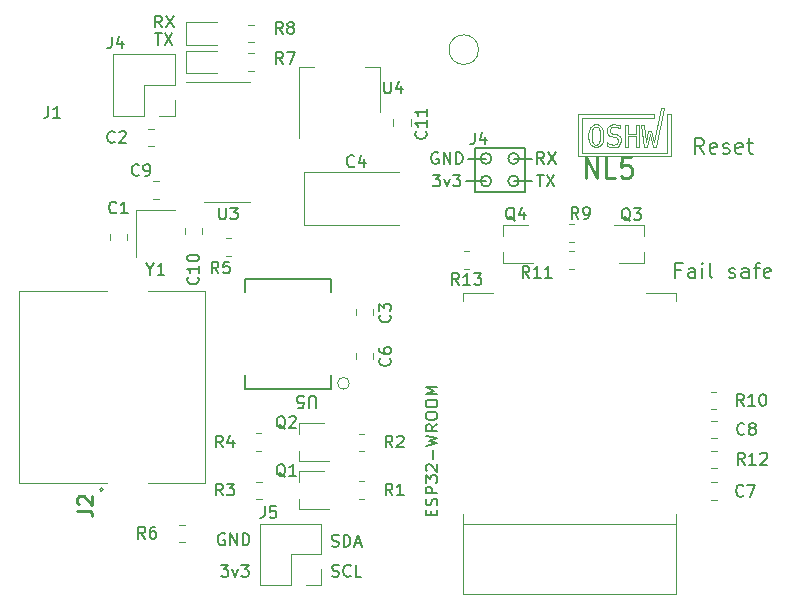
<source format=gto>
G04 #@! TF.GenerationSoftware,KiCad,Pcbnew,7.0.7*
G04 #@! TF.CreationDate,2023-09-22T23:05:29+02:00*
G04 #@! TF.ProjectId,ithowifi_4l,6974686f-7769-4666-995f-346c2e6b6963,rev?*
G04 #@! TF.SameCoordinates,Original*
G04 #@! TF.FileFunction,Legend,Top*
G04 #@! TF.FilePolarity,Positive*
%FSLAX46Y46*%
G04 Gerber Fmt 4.6, Leading zero omitted, Abs format (unit mm)*
G04 Created by KiCad (PCBNEW 7.0.7) date 2023-09-22 23:05:29*
%MOMM*%
%LPD*%
G01*
G04 APERTURE LIST*
%ADD10C,0.150000*%
%ADD11C,0.120000*%
%ADD12C,0.223242*%
%ADD13C,0.254000*%
%ADD14C,0.100000*%
%ADD15C,0.200000*%
G04 APERTURE END LIST*
D10*
X90043000Y-118364000D02*
X90043000Y-118491000D01*
X91389905Y-119253000D02*
G75*
G03*
X91389905Y-119253000I-457905J0D01*
G01*
X93726000Y-121158000D02*
G75*
G03*
X93726000Y-121158000I-457905J0D01*
G01*
X93726000Y-119253000D02*
G75*
G03*
X93726000Y-119253000I-457905J0D01*
G01*
D11*
X99651693Y-116889581D02*
X99740710Y-116629383D01*
X102694384Y-116385188D02*
X102694384Y-116385188D01*
X101214941Y-118170605D02*
X101192894Y-118161511D01*
X100232672Y-116554961D02*
X100191605Y-116554961D01*
X104816910Y-117136774D02*
X104566364Y-118237000D01*
X100164321Y-116351558D02*
X100232672Y-116351558D01*
X99972500Y-117923361D02*
X100068964Y-118025621D01*
X102358713Y-117731286D02*
X102358713Y-117789401D01*
X100569740Y-117662655D02*
X100590964Y-117400273D01*
X99875487Y-117225267D02*
X99875487Y-117312897D01*
X101486960Y-117058542D02*
X101697805Y-117148356D01*
X99076500Y-115791031D02*
X105179825Y-115791031D01*
X102222285Y-118111067D02*
X102195000Y-118134232D01*
X100673372Y-118074389D02*
X100506078Y-118213327D01*
X101456917Y-118244722D02*
X101434869Y-118240048D01*
X101266477Y-117195499D02*
X101198405Y-117076982D01*
X102119211Y-117694050D02*
X102058297Y-117547187D01*
X101437902Y-117318130D02*
X101305339Y-117234919D01*
X100814205Y-117735147D02*
X100724629Y-117995040D01*
X104685389Y-116893696D02*
X104946907Y-116893696D01*
X100520683Y-116758923D02*
X100506626Y-116729967D01*
X101475667Y-117047772D02*
X101486960Y-117058542D01*
X102195000Y-118134232D02*
X102167715Y-118157346D01*
X102119211Y-117747237D02*
X102119211Y-117694050D01*
X101617602Y-117381528D02*
X101437902Y-117318130D01*
X103883917Y-118237000D02*
X103632000Y-118237000D01*
X101718750Y-118273119D02*
X101653157Y-118273119D01*
X99896153Y-116963139D02*
X99875487Y-117225267D01*
X100396385Y-118025875D02*
X100492570Y-117924733D01*
X100301023Y-118272865D02*
X100232672Y-118272865D01*
X104474569Y-117888360D02*
X104685389Y-116893696D01*
X100506078Y-116411096D02*
X100673372Y-116550034D01*
X101762296Y-116555266D02*
X101633309Y-116576196D01*
X100699006Y-116589709D02*
X100724629Y-116629383D01*
X101659766Y-118069716D02*
X101718750Y-118069716D01*
X100724629Y-116629383D02*
X100814205Y-116889581D01*
X102013928Y-117985388D02*
X102031292Y-117971062D01*
X100492570Y-116700757D02*
X100396385Y-116598548D01*
X101169460Y-116842997D02*
X101210806Y-116675713D01*
X100191605Y-116554961D02*
X100068964Y-116598548D01*
X99740710Y-117996107D02*
X99651693Y-117736519D01*
X100569740Y-116963139D02*
X100520683Y-116758923D01*
X100506078Y-118213327D02*
X100301023Y-118272865D01*
X101728671Y-117155824D02*
X101860136Y-117185593D01*
X101169460Y-116898928D02*
X101169460Y-116842997D01*
X101835605Y-116352117D02*
X101984160Y-116372793D01*
X101887421Y-118048481D02*
X101996286Y-117999459D01*
X101994081Y-118238372D02*
X101787371Y-118273119D01*
X103632000Y-117144241D02*
X103632000Y-116385188D01*
X101434321Y-116734692D02*
X101408687Y-116828926D01*
X101363490Y-116476983D02*
X101530231Y-116389353D01*
X102058297Y-117547187D02*
X102046171Y-117535046D01*
X100590964Y-117225267D02*
X100569740Y-116963139D01*
X100164046Y-118272865D02*
X99958997Y-118213327D01*
X106250029Y-118757639D02*
X99076500Y-118757639D01*
X99958444Y-117894456D02*
X99972500Y-117923361D01*
X102252053Y-116448586D02*
X102252053Y-116702993D01*
X100590964Y-117312897D02*
X100590964Y-117312897D01*
X101478694Y-118249395D02*
X101456917Y-118244722D01*
X100396385Y-116598548D02*
X100273464Y-116554961D01*
X102946301Y-118237000D02*
X102694384Y-118237000D01*
X99896153Y-117661538D02*
X99944382Y-117865246D01*
X105305504Y-118237000D02*
X105068471Y-118237000D01*
X103632000Y-118237000D02*
X103632000Y-117355061D01*
X102022747Y-116592452D02*
X102003723Y-116586153D01*
X102031292Y-117971062D02*
X102092750Y-117882873D01*
X102328944Y-117530372D02*
X102358713Y-117680842D01*
D10*
X90932000Y-119253000D02*
X89408000Y-119253000D01*
D11*
X102946301Y-117144241D02*
X103632000Y-117144241D01*
X102092750Y-117882873D02*
X102119211Y-117781172D01*
X100520683Y-117866617D02*
X100569740Y-117662655D01*
X100232672Y-118272865D02*
X100164046Y-118272865D01*
X101633309Y-116576196D02*
X101528859Y-116624456D01*
X99958997Y-118213327D02*
X99791703Y-118075253D01*
X101286046Y-117215361D02*
X101266477Y-117195499D01*
X101408687Y-116860371D02*
X101408687Y-116907209D01*
X105179825Y-115473531D02*
X98759000Y-115473531D01*
X104297073Y-116385188D02*
X104474569Y-117888360D01*
X105179825Y-115791031D02*
X105179825Y-115473531D01*
X105068471Y-118237000D02*
X104816910Y-117136774D01*
X104329281Y-118237000D02*
X104052878Y-116385188D01*
X99651693Y-117736519D02*
X99613654Y-117418714D01*
X102003997Y-116376958D02*
X102023570Y-116380819D01*
X100273464Y-116554961D02*
X100232672Y-116554961D01*
X100852788Y-117312897D02*
X100852788Y-117312897D01*
X102085033Y-117263571D02*
X102219800Y-117354807D01*
X105761079Y-115009371D02*
X106005274Y-115009371D01*
X101792059Y-116555266D02*
X101762296Y-116555266D01*
X99791703Y-118075253D02*
X99766343Y-118035832D01*
X101528859Y-116624456D02*
X101511770Y-116638477D01*
X100724629Y-117995040D02*
X100699006Y-118034715D01*
X100590964Y-117312897D02*
X100590964Y-117225267D01*
X101464364Y-117037003D02*
X101475667Y-117047772D01*
X101408687Y-116907209D02*
X101464364Y-117037003D01*
X100232672Y-116351558D02*
X100301023Y-116351558D01*
D10*
X90043000Y-118491000D02*
X90043000Y-122047000D01*
D11*
X101408687Y-116828926D02*
X101408687Y-116860371D01*
D10*
X91389905Y-121158000D02*
G75*
G03*
X91389905Y-121158000I-457905J0D01*
G01*
D11*
X101946954Y-117470276D02*
X101824033Y-117428925D01*
X106256633Y-115473531D02*
X106250029Y-118757639D01*
X101824033Y-117428925D02*
X101794264Y-117422321D01*
X102167715Y-118157346D02*
X101994081Y-118238372D01*
X106005274Y-115009371D02*
X105305504Y-118237000D01*
X103632000Y-116385188D02*
X103883917Y-116385188D01*
X101779659Y-116352117D02*
X101835605Y-116352117D01*
X100492570Y-117924733D02*
X100506626Y-117895827D01*
X102023570Y-116380819D02*
X102230280Y-116440611D01*
X103883917Y-116385188D02*
X103883917Y-118237000D01*
X104052878Y-116385188D02*
X104052878Y-116385188D01*
X100852788Y-117207081D02*
X100852788Y-117312897D01*
X102239648Y-117376550D02*
X102259490Y-117398089D01*
X102219800Y-117354807D02*
X102239648Y-117376550D01*
X99875487Y-117312897D02*
X99875487Y-117400019D01*
X101434869Y-118240048D02*
X101214941Y-118170605D01*
X106567529Y-115473531D02*
X106256633Y-115473531D01*
X101483104Y-118034461D02*
X101659766Y-118069716D01*
X101811353Y-116555266D02*
X101792059Y-116555266D01*
X101335657Y-116502079D02*
X101363490Y-116476983D01*
X100068964Y-116598548D02*
X99972500Y-116700757D01*
X101996286Y-117999459D02*
X102013928Y-117985388D01*
X99766343Y-118035832D02*
X99740710Y-117996107D01*
X100068964Y-118025621D02*
X100191605Y-118069462D01*
X100506626Y-117895827D02*
X100520683Y-117866617D01*
X101461885Y-118027552D02*
X101483104Y-118034461D01*
X99613654Y-117312897D02*
X99613654Y-117207081D01*
X101511770Y-116638477D02*
X101494407Y-116651989D01*
X101198405Y-117076982D02*
X101169460Y-116943327D01*
X102946301Y-116385188D02*
X102946301Y-117144241D01*
X101718750Y-118069716D02*
X101760914Y-118069716D01*
D10*
X94234000Y-122047000D02*
X94234000Y-118364000D01*
D11*
X101307819Y-116526869D02*
X101335657Y-116502079D01*
X98759000Y-119075139D02*
X106567529Y-119075139D01*
X100273464Y-118069462D02*
X100396385Y-118025875D01*
X99076500Y-118757639D02*
X99076500Y-115791031D01*
X101530231Y-116389353D02*
X101717094Y-116352117D01*
X99613654Y-117207081D02*
X99651693Y-116889581D01*
X100814205Y-116889581D02*
X100852788Y-117207081D01*
X101494407Y-116651989D02*
X101434321Y-116734692D01*
X101653157Y-118273119D02*
X101478694Y-118249395D01*
X98759000Y-115473531D02*
X98759000Y-115473531D01*
X102003723Y-116586153D02*
X101811353Y-116555266D01*
X102694384Y-118237000D02*
X102694384Y-116385188D01*
X101440661Y-118020389D02*
X101461885Y-118027552D01*
X101697805Y-117148356D02*
X101728671Y-117155824D01*
X99958444Y-116729967D02*
X99944382Y-116758923D01*
X102946301Y-117355061D02*
X102946301Y-118237000D01*
X101984160Y-116372793D02*
X102003997Y-116376958D01*
X102259490Y-117398089D02*
X102328944Y-117530372D01*
X99740710Y-116629383D02*
X99766343Y-116589709D01*
X99959820Y-116411096D02*
X100164321Y-116351558D01*
X99875487Y-117400019D02*
X99896153Y-117661538D01*
X104566364Y-118237000D02*
X104329281Y-118237000D01*
D10*
X94234000Y-118364000D02*
X90043000Y-118364000D01*
D11*
X101169460Y-116943327D02*
X101169460Y-116898928D01*
X101210806Y-116675713D02*
X101307819Y-116526869D01*
X102230280Y-116440611D02*
X102252053Y-116448891D01*
X100191605Y-118069462D02*
X100232672Y-118069462D01*
X101660599Y-117391180D02*
X101617602Y-117381528D01*
X102358713Y-117680842D02*
X102358713Y-117731286D01*
D10*
X93268095Y-121158000D02*
X94869000Y-121158000D01*
D11*
X99766343Y-116589709D02*
X99791977Y-116550034D01*
X101192894Y-118161511D02*
X101192894Y-117894964D01*
X101903408Y-117195499D02*
X102085033Y-117263571D01*
X102252053Y-116702993D02*
X102233029Y-116690597D01*
X103632000Y-117355061D02*
X102946301Y-117355061D01*
X99791977Y-116550034D02*
X99959820Y-116411096D01*
X100301023Y-116351558D02*
X100506078Y-116411096D01*
X98759000Y-115473531D02*
X98759000Y-119075139D01*
X100852788Y-117418460D02*
X100814205Y-117735147D01*
X99944382Y-116758923D02*
X99896153Y-116963139D01*
D10*
X90932000Y-121158000D02*
X89281000Y-121158000D01*
D11*
X102034040Y-117522651D02*
X101946954Y-117470276D01*
X102041762Y-116598548D02*
X102022747Y-116592452D01*
X101305339Y-117234919D02*
X101286046Y-117215361D01*
X102358713Y-117789401D02*
X102317646Y-117963899D01*
X101717094Y-116352117D02*
X101779659Y-116352117D01*
X101216592Y-117909848D02*
X101440661Y-118020389D01*
X102046171Y-117535046D02*
X102034040Y-117522651D01*
X101787371Y-118273119D02*
X101718750Y-118273119D01*
X104052878Y-116385188D02*
X104297073Y-116385188D01*
X102694384Y-116385188D02*
X102946301Y-116385188D01*
X106567529Y-119075139D02*
X106567529Y-115473531D01*
X104946907Y-116893696D02*
X105160267Y-117890849D01*
X100673372Y-116550034D02*
X100699006Y-116589709D01*
D10*
X93268095Y-119253000D02*
X94869000Y-119253000D01*
D11*
X102233029Y-116690597D02*
X102041762Y-116598548D01*
X99613654Y-117418714D02*
X99613654Y-117312897D01*
X100699006Y-118034715D02*
X100673372Y-118074389D01*
X102317646Y-117963899D02*
X102222285Y-118111067D01*
X101794264Y-117422321D02*
X101660599Y-117391180D01*
X100852788Y-117312897D02*
X100852788Y-117418460D01*
D10*
X90043000Y-122047000D02*
X94234000Y-122047000D01*
D11*
X102252053Y-116448891D02*
X102252053Y-116448586D01*
X101760914Y-118069716D02*
X101887421Y-118048481D01*
X101192894Y-117894964D02*
X101216592Y-117909848D01*
X99972500Y-116700757D02*
X99958444Y-116729967D01*
X105160267Y-117890849D02*
X105761079Y-115009371D01*
X101860136Y-117185593D02*
X101903408Y-117195499D01*
X99944382Y-117865246D02*
X99958444Y-117894456D01*
X100232672Y-118069462D02*
X100273464Y-118069462D01*
X102119211Y-117781172D02*
X102119211Y-117747237D01*
X100590964Y-117400273D02*
X100590964Y-117312897D01*
X100506626Y-116729967D02*
X100492570Y-116700757D01*
D10*
X77905124Y-154610600D02*
X78047981Y-154658219D01*
X78047981Y-154658219D02*
X78286076Y-154658219D01*
X78286076Y-154658219D02*
X78381314Y-154610600D01*
X78381314Y-154610600D02*
X78428933Y-154562980D01*
X78428933Y-154562980D02*
X78476552Y-154467742D01*
X78476552Y-154467742D02*
X78476552Y-154372504D01*
X78476552Y-154372504D02*
X78428933Y-154277266D01*
X78428933Y-154277266D02*
X78381314Y-154229647D01*
X78381314Y-154229647D02*
X78286076Y-154182028D01*
X78286076Y-154182028D02*
X78095600Y-154134409D01*
X78095600Y-154134409D02*
X78000362Y-154086790D01*
X78000362Y-154086790D02*
X77952743Y-154039171D01*
X77952743Y-154039171D02*
X77905124Y-153943933D01*
X77905124Y-153943933D02*
X77905124Y-153848695D01*
X77905124Y-153848695D02*
X77952743Y-153753457D01*
X77952743Y-153753457D02*
X78000362Y-153705838D01*
X78000362Y-153705838D02*
X78095600Y-153658219D01*
X78095600Y-153658219D02*
X78333695Y-153658219D01*
X78333695Y-153658219D02*
X78476552Y-153705838D01*
X79476552Y-154562980D02*
X79428933Y-154610600D01*
X79428933Y-154610600D02*
X79286076Y-154658219D01*
X79286076Y-154658219D02*
X79190838Y-154658219D01*
X79190838Y-154658219D02*
X79047981Y-154610600D01*
X79047981Y-154610600D02*
X78952743Y-154515361D01*
X78952743Y-154515361D02*
X78905124Y-154420123D01*
X78905124Y-154420123D02*
X78857505Y-154229647D01*
X78857505Y-154229647D02*
X78857505Y-154086790D01*
X78857505Y-154086790D02*
X78905124Y-153896314D01*
X78905124Y-153896314D02*
X78952743Y-153801076D01*
X78952743Y-153801076D02*
X79047981Y-153705838D01*
X79047981Y-153705838D02*
X79190838Y-153658219D01*
X79190838Y-153658219D02*
X79286076Y-153658219D01*
X79286076Y-153658219D02*
X79428933Y-153705838D01*
X79428933Y-153705838D02*
X79476552Y-153753457D01*
X80381314Y-154658219D02*
X79905124Y-154658219D01*
X79905124Y-154658219D02*
X79905124Y-153658219D01*
X77881314Y-152070600D02*
X78024171Y-152118219D01*
X78024171Y-152118219D02*
X78262266Y-152118219D01*
X78262266Y-152118219D02*
X78357504Y-152070600D01*
X78357504Y-152070600D02*
X78405123Y-152022980D01*
X78405123Y-152022980D02*
X78452742Y-151927742D01*
X78452742Y-151927742D02*
X78452742Y-151832504D01*
X78452742Y-151832504D02*
X78405123Y-151737266D01*
X78405123Y-151737266D02*
X78357504Y-151689647D01*
X78357504Y-151689647D02*
X78262266Y-151642028D01*
X78262266Y-151642028D02*
X78071790Y-151594409D01*
X78071790Y-151594409D02*
X77976552Y-151546790D01*
X77976552Y-151546790D02*
X77928933Y-151499171D01*
X77928933Y-151499171D02*
X77881314Y-151403933D01*
X77881314Y-151403933D02*
X77881314Y-151308695D01*
X77881314Y-151308695D02*
X77928933Y-151213457D01*
X77928933Y-151213457D02*
X77976552Y-151165838D01*
X77976552Y-151165838D02*
X78071790Y-151118219D01*
X78071790Y-151118219D02*
X78309885Y-151118219D01*
X78309885Y-151118219D02*
X78452742Y-151165838D01*
X78881314Y-152118219D02*
X78881314Y-151118219D01*
X78881314Y-151118219D02*
X79119409Y-151118219D01*
X79119409Y-151118219D02*
X79262266Y-151165838D01*
X79262266Y-151165838D02*
X79357504Y-151261076D01*
X79357504Y-151261076D02*
X79405123Y-151356314D01*
X79405123Y-151356314D02*
X79452742Y-151546790D01*
X79452742Y-151546790D02*
X79452742Y-151689647D01*
X79452742Y-151689647D02*
X79405123Y-151880123D01*
X79405123Y-151880123D02*
X79357504Y-151975361D01*
X79357504Y-151975361D02*
X79262266Y-152070600D01*
X79262266Y-152070600D02*
X79119409Y-152118219D01*
X79119409Y-152118219D02*
X78881314Y-152118219D01*
X79833695Y-151832504D02*
X80309885Y-151832504D01*
X79738457Y-152118219D02*
X80071790Y-151118219D01*
X80071790Y-151118219D02*
X80405123Y-152118219D01*
X68808695Y-151038838D02*
X68713457Y-150991219D01*
X68713457Y-150991219D02*
X68570600Y-150991219D01*
X68570600Y-150991219D02*
X68427743Y-151038838D01*
X68427743Y-151038838D02*
X68332505Y-151134076D01*
X68332505Y-151134076D02*
X68284886Y-151229314D01*
X68284886Y-151229314D02*
X68237267Y-151419790D01*
X68237267Y-151419790D02*
X68237267Y-151562647D01*
X68237267Y-151562647D02*
X68284886Y-151753123D01*
X68284886Y-151753123D02*
X68332505Y-151848361D01*
X68332505Y-151848361D02*
X68427743Y-151943600D01*
X68427743Y-151943600D02*
X68570600Y-151991219D01*
X68570600Y-151991219D02*
X68665838Y-151991219D01*
X68665838Y-151991219D02*
X68808695Y-151943600D01*
X68808695Y-151943600D02*
X68856314Y-151895980D01*
X68856314Y-151895980D02*
X68856314Y-151562647D01*
X68856314Y-151562647D02*
X68665838Y-151562647D01*
X69284886Y-151991219D02*
X69284886Y-150991219D01*
X69284886Y-150991219D02*
X69856314Y-151991219D01*
X69856314Y-151991219D02*
X69856314Y-150991219D01*
X70332505Y-151991219D02*
X70332505Y-150991219D01*
X70332505Y-150991219D02*
X70570600Y-150991219D01*
X70570600Y-150991219D02*
X70713457Y-151038838D01*
X70713457Y-151038838D02*
X70808695Y-151134076D01*
X70808695Y-151134076D02*
X70856314Y-151229314D01*
X70856314Y-151229314D02*
X70903933Y-151419790D01*
X70903933Y-151419790D02*
X70903933Y-151562647D01*
X70903933Y-151562647D02*
X70856314Y-151753123D01*
X70856314Y-151753123D02*
X70808695Y-151848361D01*
X70808695Y-151848361D02*
X70713457Y-151943600D01*
X70713457Y-151943600D02*
X70570600Y-151991219D01*
X70570600Y-151991219D02*
X70332505Y-151991219D01*
X68507124Y-153658219D02*
X69126171Y-153658219D01*
X69126171Y-153658219D02*
X68792838Y-154039171D01*
X68792838Y-154039171D02*
X68935695Y-154039171D01*
X68935695Y-154039171D02*
X69030933Y-154086790D01*
X69030933Y-154086790D02*
X69078552Y-154134409D01*
X69078552Y-154134409D02*
X69126171Y-154229647D01*
X69126171Y-154229647D02*
X69126171Y-154467742D01*
X69126171Y-154467742D02*
X69078552Y-154562980D01*
X69078552Y-154562980D02*
X69030933Y-154610600D01*
X69030933Y-154610600D02*
X68935695Y-154658219D01*
X68935695Y-154658219D02*
X68649981Y-154658219D01*
X68649981Y-154658219D02*
X68554743Y-154610600D01*
X68554743Y-154610600D02*
X68507124Y-154562980D01*
X69459505Y-153991552D02*
X69697600Y-154658219D01*
X69697600Y-154658219D02*
X69935695Y-153991552D01*
X70221410Y-153658219D02*
X70840457Y-153658219D01*
X70840457Y-153658219D02*
X70507124Y-154039171D01*
X70507124Y-154039171D02*
X70649981Y-154039171D01*
X70649981Y-154039171D02*
X70745219Y-154086790D01*
X70745219Y-154086790D02*
X70792838Y-154134409D01*
X70792838Y-154134409D02*
X70840457Y-154229647D01*
X70840457Y-154229647D02*
X70840457Y-154467742D01*
X70840457Y-154467742D02*
X70792838Y-154562980D01*
X70792838Y-154562980D02*
X70745219Y-154610600D01*
X70745219Y-154610600D02*
X70649981Y-154658219D01*
X70649981Y-154658219D02*
X70364267Y-154658219D01*
X70364267Y-154658219D02*
X70269029Y-154610600D01*
X70269029Y-154610600D02*
X70221410Y-154562980D01*
X86868095Y-118755438D02*
X86772857Y-118707819D01*
X86772857Y-118707819D02*
X86630000Y-118707819D01*
X86630000Y-118707819D02*
X86487143Y-118755438D01*
X86487143Y-118755438D02*
X86391905Y-118850676D01*
X86391905Y-118850676D02*
X86344286Y-118945914D01*
X86344286Y-118945914D02*
X86296667Y-119136390D01*
X86296667Y-119136390D02*
X86296667Y-119279247D01*
X86296667Y-119279247D02*
X86344286Y-119469723D01*
X86344286Y-119469723D02*
X86391905Y-119564961D01*
X86391905Y-119564961D02*
X86487143Y-119660200D01*
X86487143Y-119660200D02*
X86630000Y-119707819D01*
X86630000Y-119707819D02*
X86725238Y-119707819D01*
X86725238Y-119707819D02*
X86868095Y-119660200D01*
X86868095Y-119660200D02*
X86915714Y-119612580D01*
X86915714Y-119612580D02*
X86915714Y-119279247D01*
X86915714Y-119279247D02*
X86725238Y-119279247D01*
X87344286Y-119707819D02*
X87344286Y-118707819D01*
X87344286Y-118707819D02*
X87915714Y-119707819D01*
X87915714Y-119707819D02*
X87915714Y-118707819D01*
X88391905Y-119707819D02*
X88391905Y-118707819D01*
X88391905Y-118707819D02*
X88630000Y-118707819D01*
X88630000Y-118707819D02*
X88772857Y-118755438D01*
X88772857Y-118755438D02*
X88868095Y-118850676D01*
X88868095Y-118850676D02*
X88915714Y-118945914D01*
X88915714Y-118945914D02*
X88963333Y-119136390D01*
X88963333Y-119136390D02*
X88963333Y-119279247D01*
X88963333Y-119279247D02*
X88915714Y-119469723D01*
X88915714Y-119469723D02*
X88868095Y-119564961D01*
X88868095Y-119564961D02*
X88772857Y-119660200D01*
X88772857Y-119660200D02*
X88630000Y-119707819D01*
X88630000Y-119707819D02*
X88391905Y-119707819D01*
X86439524Y-120612819D02*
X87058571Y-120612819D01*
X87058571Y-120612819D02*
X86725238Y-120993771D01*
X86725238Y-120993771D02*
X86868095Y-120993771D01*
X86868095Y-120993771D02*
X86963333Y-121041390D01*
X86963333Y-121041390D02*
X87010952Y-121089009D01*
X87010952Y-121089009D02*
X87058571Y-121184247D01*
X87058571Y-121184247D02*
X87058571Y-121422342D01*
X87058571Y-121422342D02*
X87010952Y-121517580D01*
X87010952Y-121517580D02*
X86963333Y-121565200D01*
X86963333Y-121565200D02*
X86868095Y-121612819D01*
X86868095Y-121612819D02*
X86582381Y-121612819D01*
X86582381Y-121612819D02*
X86487143Y-121565200D01*
X86487143Y-121565200D02*
X86439524Y-121517580D01*
X87391905Y-120946152D02*
X87630000Y-121612819D01*
X87630000Y-121612819D02*
X87868095Y-120946152D01*
X88153810Y-120612819D02*
X88772857Y-120612819D01*
X88772857Y-120612819D02*
X88439524Y-120993771D01*
X88439524Y-120993771D02*
X88582381Y-120993771D01*
X88582381Y-120993771D02*
X88677619Y-121041390D01*
X88677619Y-121041390D02*
X88725238Y-121089009D01*
X88725238Y-121089009D02*
X88772857Y-121184247D01*
X88772857Y-121184247D02*
X88772857Y-121422342D01*
X88772857Y-121422342D02*
X88725238Y-121517580D01*
X88725238Y-121517580D02*
X88677619Y-121565200D01*
X88677619Y-121565200D02*
X88582381Y-121612819D01*
X88582381Y-121612819D02*
X88296667Y-121612819D01*
X88296667Y-121612819D02*
X88201429Y-121565200D01*
X88201429Y-121565200D02*
X88153810Y-121517580D01*
X95845333Y-119707819D02*
X95512000Y-119231628D01*
X95273905Y-119707819D02*
X95273905Y-118707819D01*
X95273905Y-118707819D02*
X95654857Y-118707819D01*
X95654857Y-118707819D02*
X95750095Y-118755438D01*
X95750095Y-118755438D02*
X95797714Y-118803057D01*
X95797714Y-118803057D02*
X95845333Y-118898295D01*
X95845333Y-118898295D02*
X95845333Y-119041152D01*
X95845333Y-119041152D02*
X95797714Y-119136390D01*
X95797714Y-119136390D02*
X95750095Y-119184009D01*
X95750095Y-119184009D02*
X95654857Y-119231628D01*
X95654857Y-119231628D02*
X95273905Y-119231628D01*
X96178667Y-118707819D02*
X96845333Y-119707819D01*
X96845333Y-118707819D02*
X96178667Y-119707819D01*
X95250095Y-120612819D02*
X95821523Y-120612819D01*
X95535809Y-121612819D02*
X95535809Y-120612819D01*
X96059619Y-120612819D02*
X96726285Y-121612819D01*
X96726285Y-120612819D02*
X96059619Y-121612819D01*
X89963666Y-117056819D02*
X89963666Y-117771104D01*
X89963666Y-117771104D02*
X89916047Y-117913961D01*
X89916047Y-117913961D02*
X89820809Y-118009200D01*
X89820809Y-118009200D02*
X89677952Y-118056819D01*
X89677952Y-118056819D02*
X89582714Y-118056819D01*
X90868428Y-117390152D02*
X90868428Y-118056819D01*
X90630333Y-117009200D02*
X90392238Y-117723485D01*
X90392238Y-117723485D02*
X91011285Y-117723485D01*
D12*
X99428894Y-120905708D02*
X99428894Y-119119768D01*
X99428894Y-119119768D02*
X100347377Y-120905708D01*
X100347377Y-120905708D02*
X100347377Y-119119768D01*
X101878183Y-120905708D02*
X101112780Y-120905708D01*
X101112780Y-120905708D02*
X101112780Y-119119768D01*
X103179368Y-119119768D02*
X102413965Y-119119768D01*
X102413965Y-119119768D02*
X102337425Y-119970216D01*
X102337425Y-119970216D02*
X102413965Y-119885171D01*
X102413965Y-119885171D02*
X102567046Y-119800126D01*
X102567046Y-119800126D02*
X102949747Y-119800126D01*
X102949747Y-119800126D02*
X103102828Y-119885171D01*
X103102828Y-119885171D02*
X103179368Y-119970216D01*
X103179368Y-119970216D02*
X103255908Y-120140305D01*
X103255908Y-120140305D02*
X103255908Y-120565529D01*
X103255908Y-120565529D02*
X103179368Y-120735619D01*
X103179368Y-120735619D02*
X103102828Y-120820664D01*
X103102828Y-120820664D02*
X102949747Y-120905708D01*
X102949747Y-120905708D02*
X102567046Y-120905708D01*
X102567046Y-120905708D02*
X102413965Y-120820664D01*
X102413965Y-120820664D02*
X102337425Y-120735619D01*
D10*
X86291009Y-149470380D02*
X86291009Y-149137047D01*
X86814819Y-148994190D02*
X86814819Y-149470380D01*
X86814819Y-149470380D02*
X85814819Y-149470380D01*
X85814819Y-149470380D02*
X85814819Y-148994190D01*
X86767200Y-148613237D02*
X86814819Y-148470380D01*
X86814819Y-148470380D02*
X86814819Y-148232285D01*
X86814819Y-148232285D02*
X86767200Y-148137047D01*
X86767200Y-148137047D02*
X86719580Y-148089428D01*
X86719580Y-148089428D02*
X86624342Y-148041809D01*
X86624342Y-148041809D02*
X86529104Y-148041809D01*
X86529104Y-148041809D02*
X86433866Y-148089428D01*
X86433866Y-148089428D02*
X86386247Y-148137047D01*
X86386247Y-148137047D02*
X86338628Y-148232285D01*
X86338628Y-148232285D02*
X86291009Y-148422761D01*
X86291009Y-148422761D02*
X86243390Y-148517999D01*
X86243390Y-148517999D02*
X86195771Y-148565618D01*
X86195771Y-148565618D02*
X86100533Y-148613237D01*
X86100533Y-148613237D02*
X86005295Y-148613237D01*
X86005295Y-148613237D02*
X85910057Y-148565618D01*
X85910057Y-148565618D02*
X85862438Y-148517999D01*
X85862438Y-148517999D02*
X85814819Y-148422761D01*
X85814819Y-148422761D02*
X85814819Y-148184666D01*
X85814819Y-148184666D02*
X85862438Y-148041809D01*
X86814819Y-147613237D02*
X85814819Y-147613237D01*
X85814819Y-147613237D02*
X85814819Y-147232285D01*
X85814819Y-147232285D02*
X85862438Y-147137047D01*
X85862438Y-147137047D02*
X85910057Y-147089428D01*
X85910057Y-147089428D02*
X86005295Y-147041809D01*
X86005295Y-147041809D02*
X86148152Y-147041809D01*
X86148152Y-147041809D02*
X86243390Y-147089428D01*
X86243390Y-147089428D02*
X86291009Y-147137047D01*
X86291009Y-147137047D02*
X86338628Y-147232285D01*
X86338628Y-147232285D02*
X86338628Y-147613237D01*
X85814819Y-146708475D02*
X85814819Y-146089428D01*
X85814819Y-146089428D02*
X86195771Y-146422761D01*
X86195771Y-146422761D02*
X86195771Y-146279904D01*
X86195771Y-146279904D02*
X86243390Y-146184666D01*
X86243390Y-146184666D02*
X86291009Y-146137047D01*
X86291009Y-146137047D02*
X86386247Y-146089428D01*
X86386247Y-146089428D02*
X86624342Y-146089428D01*
X86624342Y-146089428D02*
X86719580Y-146137047D01*
X86719580Y-146137047D02*
X86767200Y-146184666D01*
X86767200Y-146184666D02*
X86814819Y-146279904D01*
X86814819Y-146279904D02*
X86814819Y-146565618D01*
X86814819Y-146565618D02*
X86767200Y-146660856D01*
X86767200Y-146660856D02*
X86719580Y-146708475D01*
X85910057Y-145708475D02*
X85862438Y-145660856D01*
X85862438Y-145660856D02*
X85814819Y-145565618D01*
X85814819Y-145565618D02*
X85814819Y-145327523D01*
X85814819Y-145327523D02*
X85862438Y-145232285D01*
X85862438Y-145232285D02*
X85910057Y-145184666D01*
X85910057Y-145184666D02*
X86005295Y-145137047D01*
X86005295Y-145137047D02*
X86100533Y-145137047D01*
X86100533Y-145137047D02*
X86243390Y-145184666D01*
X86243390Y-145184666D02*
X86814819Y-145756094D01*
X86814819Y-145756094D02*
X86814819Y-145137047D01*
X86433866Y-144708475D02*
X86433866Y-143946571D01*
X85814819Y-143565618D02*
X86814819Y-143327523D01*
X86814819Y-143327523D02*
X86100533Y-143137047D01*
X86100533Y-143137047D02*
X86814819Y-142946571D01*
X86814819Y-142946571D02*
X85814819Y-142708476D01*
X86814819Y-141756095D02*
X86338628Y-142089428D01*
X86814819Y-142327523D02*
X85814819Y-142327523D01*
X85814819Y-142327523D02*
X85814819Y-141946571D01*
X85814819Y-141946571D02*
X85862438Y-141851333D01*
X85862438Y-141851333D02*
X85910057Y-141803714D01*
X85910057Y-141803714D02*
X86005295Y-141756095D01*
X86005295Y-141756095D02*
X86148152Y-141756095D01*
X86148152Y-141756095D02*
X86243390Y-141803714D01*
X86243390Y-141803714D02*
X86291009Y-141851333D01*
X86291009Y-141851333D02*
X86338628Y-141946571D01*
X86338628Y-141946571D02*
X86338628Y-142327523D01*
X85814819Y-141137047D02*
X85814819Y-140946571D01*
X85814819Y-140946571D02*
X85862438Y-140851333D01*
X85862438Y-140851333D02*
X85957676Y-140756095D01*
X85957676Y-140756095D02*
X86148152Y-140708476D01*
X86148152Y-140708476D02*
X86481485Y-140708476D01*
X86481485Y-140708476D02*
X86671961Y-140756095D01*
X86671961Y-140756095D02*
X86767200Y-140851333D01*
X86767200Y-140851333D02*
X86814819Y-140946571D01*
X86814819Y-140946571D02*
X86814819Y-141137047D01*
X86814819Y-141137047D02*
X86767200Y-141232285D01*
X86767200Y-141232285D02*
X86671961Y-141327523D01*
X86671961Y-141327523D02*
X86481485Y-141375142D01*
X86481485Y-141375142D02*
X86148152Y-141375142D01*
X86148152Y-141375142D02*
X85957676Y-141327523D01*
X85957676Y-141327523D02*
X85862438Y-141232285D01*
X85862438Y-141232285D02*
X85814819Y-141137047D01*
X85814819Y-140089428D02*
X85814819Y-139898952D01*
X85814819Y-139898952D02*
X85862438Y-139803714D01*
X85862438Y-139803714D02*
X85957676Y-139708476D01*
X85957676Y-139708476D02*
X86148152Y-139660857D01*
X86148152Y-139660857D02*
X86481485Y-139660857D01*
X86481485Y-139660857D02*
X86671961Y-139708476D01*
X86671961Y-139708476D02*
X86767200Y-139803714D01*
X86767200Y-139803714D02*
X86814819Y-139898952D01*
X86814819Y-139898952D02*
X86814819Y-140089428D01*
X86814819Y-140089428D02*
X86767200Y-140184666D01*
X86767200Y-140184666D02*
X86671961Y-140279904D01*
X86671961Y-140279904D02*
X86481485Y-140327523D01*
X86481485Y-140327523D02*
X86148152Y-140327523D01*
X86148152Y-140327523D02*
X85957676Y-140279904D01*
X85957676Y-140279904D02*
X85862438Y-140184666D01*
X85862438Y-140184666D02*
X85814819Y-140089428D01*
X86814819Y-139232285D02*
X85814819Y-139232285D01*
X85814819Y-139232285D02*
X86529104Y-138898952D01*
X86529104Y-138898952D02*
X85814819Y-138565619D01*
X85814819Y-138565619D02*
X86814819Y-138565619D01*
X112751142Y-140188819D02*
X112417809Y-139712628D01*
X112179714Y-140188819D02*
X112179714Y-139188819D01*
X112179714Y-139188819D02*
X112560666Y-139188819D01*
X112560666Y-139188819D02*
X112655904Y-139236438D01*
X112655904Y-139236438D02*
X112703523Y-139284057D01*
X112703523Y-139284057D02*
X112751142Y-139379295D01*
X112751142Y-139379295D02*
X112751142Y-139522152D01*
X112751142Y-139522152D02*
X112703523Y-139617390D01*
X112703523Y-139617390D02*
X112655904Y-139665009D01*
X112655904Y-139665009D02*
X112560666Y-139712628D01*
X112560666Y-139712628D02*
X112179714Y-139712628D01*
X113703523Y-140188819D02*
X113132095Y-140188819D01*
X113417809Y-140188819D02*
X113417809Y-139188819D01*
X113417809Y-139188819D02*
X113322571Y-139331676D01*
X113322571Y-139331676D02*
X113227333Y-139426914D01*
X113227333Y-139426914D02*
X113132095Y-139474533D01*
X114322571Y-139188819D02*
X114417809Y-139188819D01*
X114417809Y-139188819D02*
X114513047Y-139236438D01*
X114513047Y-139236438D02*
X114560666Y-139284057D01*
X114560666Y-139284057D02*
X114608285Y-139379295D01*
X114608285Y-139379295D02*
X114655904Y-139569771D01*
X114655904Y-139569771D02*
X114655904Y-139807866D01*
X114655904Y-139807866D02*
X114608285Y-139998342D01*
X114608285Y-139998342D02*
X114560666Y-140093580D01*
X114560666Y-140093580D02*
X114513047Y-140141200D01*
X114513047Y-140141200D02*
X114417809Y-140188819D01*
X114417809Y-140188819D02*
X114322571Y-140188819D01*
X114322571Y-140188819D02*
X114227333Y-140141200D01*
X114227333Y-140141200D02*
X114179714Y-140093580D01*
X114179714Y-140093580D02*
X114132095Y-139998342D01*
X114132095Y-139998342D02*
X114084476Y-139807866D01*
X114084476Y-139807866D02*
X114084476Y-139569771D01*
X114084476Y-139569771D02*
X114132095Y-139379295D01*
X114132095Y-139379295D02*
X114179714Y-139284057D01*
X114179714Y-139284057D02*
X114227333Y-139236438D01*
X114227333Y-139236438D02*
X114322571Y-139188819D01*
X72183666Y-148679819D02*
X72183666Y-149394104D01*
X72183666Y-149394104D02*
X72136047Y-149536961D01*
X72136047Y-149536961D02*
X72040809Y-149632200D01*
X72040809Y-149632200D02*
X71897952Y-149679819D01*
X71897952Y-149679819D02*
X71802714Y-149679819D01*
X73136047Y-148679819D02*
X72659857Y-148679819D01*
X72659857Y-148679819D02*
X72612238Y-149156009D01*
X72612238Y-149156009D02*
X72659857Y-149108390D01*
X72659857Y-149108390D02*
X72755095Y-149060771D01*
X72755095Y-149060771D02*
X72993190Y-149060771D01*
X72993190Y-149060771D02*
X73088428Y-149108390D01*
X73088428Y-149108390D02*
X73136047Y-149156009D01*
X73136047Y-149156009D02*
X73183666Y-149251247D01*
X73183666Y-149251247D02*
X73183666Y-149489342D01*
X73183666Y-149489342D02*
X73136047Y-149584580D01*
X73136047Y-149584580D02*
X73088428Y-149632200D01*
X73088428Y-149632200D02*
X72993190Y-149679819D01*
X72993190Y-149679819D02*
X72755095Y-149679819D01*
X72755095Y-149679819D02*
X72659857Y-149632200D01*
X72659857Y-149632200D02*
X72612238Y-149584580D01*
X112831642Y-145171319D02*
X112498309Y-144695128D01*
X112260214Y-145171319D02*
X112260214Y-144171319D01*
X112260214Y-144171319D02*
X112641166Y-144171319D01*
X112641166Y-144171319D02*
X112736404Y-144218938D01*
X112736404Y-144218938D02*
X112784023Y-144266557D01*
X112784023Y-144266557D02*
X112831642Y-144361795D01*
X112831642Y-144361795D02*
X112831642Y-144504652D01*
X112831642Y-144504652D02*
X112784023Y-144599890D01*
X112784023Y-144599890D02*
X112736404Y-144647509D01*
X112736404Y-144647509D02*
X112641166Y-144695128D01*
X112641166Y-144695128D02*
X112260214Y-144695128D01*
X113784023Y-145171319D02*
X113212595Y-145171319D01*
X113498309Y-145171319D02*
X113498309Y-144171319D01*
X113498309Y-144171319D02*
X113403071Y-144314176D01*
X113403071Y-144314176D02*
X113307833Y-144409414D01*
X113307833Y-144409414D02*
X113212595Y-144457033D01*
X114164976Y-144266557D02*
X114212595Y-144218938D01*
X114212595Y-144218938D02*
X114307833Y-144171319D01*
X114307833Y-144171319D02*
X114545928Y-144171319D01*
X114545928Y-144171319D02*
X114641166Y-144218938D01*
X114641166Y-144218938D02*
X114688785Y-144266557D01*
X114688785Y-144266557D02*
X114736404Y-144361795D01*
X114736404Y-144361795D02*
X114736404Y-144457033D01*
X114736404Y-144457033D02*
X114688785Y-144599890D01*
X114688785Y-144599890D02*
X114117357Y-145171319D01*
X114117357Y-145171319D02*
X114736404Y-145171319D01*
X88644642Y-129959819D02*
X88311309Y-129483628D01*
X88073214Y-129959819D02*
X88073214Y-128959819D01*
X88073214Y-128959819D02*
X88454166Y-128959819D01*
X88454166Y-128959819D02*
X88549404Y-129007438D01*
X88549404Y-129007438D02*
X88597023Y-129055057D01*
X88597023Y-129055057D02*
X88644642Y-129150295D01*
X88644642Y-129150295D02*
X88644642Y-129293152D01*
X88644642Y-129293152D02*
X88597023Y-129388390D01*
X88597023Y-129388390D02*
X88549404Y-129436009D01*
X88549404Y-129436009D02*
X88454166Y-129483628D01*
X88454166Y-129483628D02*
X88073214Y-129483628D01*
X89597023Y-129959819D02*
X89025595Y-129959819D01*
X89311309Y-129959819D02*
X89311309Y-128959819D01*
X89311309Y-128959819D02*
X89216071Y-129102676D01*
X89216071Y-129102676D02*
X89120833Y-129197914D01*
X89120833Y-129197914D02*
X89025595Y-129245533D01*
X89930357Y-128959819D02*
X90549404Y-128959819D01*
X90549404Y-128959819D02*
X90216071Y-129340771D01*
X90216071Y-129340771D02*
X90358928Y-129340771D01*
X90358928Y-129340771D02*
X90454166Y-129388390D01*
X90454166Y-129388390D02*
X90501785Y-129436009D01*
X90501785Y-129436009D02*
X90549404Y-129531247D01*
X90549404Y-129531247D02*
X90549404Y-129769342D01*
X90549404Y-129769342D02*
X90501785Y-129864580D01*
X90501785Y-129864580D02*
X90454166Y-129912200D01*
X90454166Y-129912200D02*
X90358928Y-129959819D01*
X90358928Y-129959819D02*
X90073214Y-129959819D01*
X90073214Y-129959819D02*
X89977976Y-129912200D01*
X89977976Y-129912200D02*
X89930357Y-129864580D01*
X53870266Y-114796219D02*
X53870266Y-115510504D01*
X53870266Y-115510504D02*
X53822647Y-115653361D01*
X53822647Y-115653361D02*
X53727409Y-115748600D01*
X53727409Y-115748600D02*
X53584552Y-115796219D01*
X53584552Y-115796219D02*
X53489314Y-115796219D01*
X54870266Y-115796219D02*
X54298838Y-115796219D01*
X54584552Y-115796219D02*
X54584552Y-114796219D01*
X54584552Y-114796219D02*
X54489314Y-114939076D01*
X54489314Y-114939076D02*
X54394076Y-115034314D01*
X54394076Y-115034314D02*
X54298838Y-115081933D01*
X112719333Y-147777080D02*
X112671714Y-147824700D01*
X112671714Y-147824700D02*
X112528857Y-147872319D01*
X112528857Y-147872319D02*
X112433619Y-147872319D01*
X112433619Y-147872319D02*
X112290762Y-147824700D01*
X112290762Y-147824700D02*
X112195524Y-147729461D01*
X112195524Y-147729461D02*
X112147905Y-147634223D01*
X112147905Y-147634223D02*
X112100286Y-147443747D01*
X112100286Y-147443747D02*
X112100286Y-147300890D01*
X112100286Y-147300890D02*
X112147905Y-147110414D01*
X112147905Y-147110414D02*
X112195524Y-147015176D01*
X112195524Y-147015176D02*
X112290762Y-146919938D01*
X112290762Y-146919938D02*
X112433619Y-146872319D01*
X112433619Y-146872319D02*
X112528857Y-146872319D01*
X112528857Y-146872319D02*
X112671714Y-146919938D01*
X112671714Y-146919938D02*
X112719333Y-146967557D01*
X113052667Y-146872319D02*
X113719333Y-146872319D01*
X113719333Y-146872319D02*
X113290762Y-147872319D01*
X73945761Y-142155057D02*
X73850523Y-142107438D01*
X73850523Y-142107438D02*
X73755285Y-142012200D01*
X73755285Y-142012200D02*
X73612428Y-141869342D01*
X73612428Y-141869342D02*
X73517190Y-141821723D01*
X73517190Y-141821723D02*
X73421952Y-141821723D01*
X73469571Y-142059819D02*
X73374333Y-142012200D01*
X73374333Y-142012200D02*
X73279095Y-141916961D01*
X73279095Y-141916961D02*
X73231476Y-141726485D01*
X73231476Y-141726485D02*
X73231476Y-141393152D01*
X73231476Y-141393152D02*
X73279095Y-141202676D01*
X73279095Y-141202676D02*
X73374333Y-141107438D01*
X73374333Y-141107438D02*
X73469571Y-141059819D01*
X73469571Y-141059819D02*
X73660047Y-141059819D01*
X73660047Y-141059819D02*
X73755285Y-141107438D01*
X73755285Y-141107438D02*
X73850523Y-141202676D01*
X73850523Y-141202676D02*
X73898142Y-141393152D01*
X73898142Y-141393152D02*
X73898142Y-141726485D01*
X73898142Y-141726485D02*
X73850523Y-141916961D01*
X73850523Y-141916961D02*
X73755285Y-142012200D01*
X73755285Y-142012200D02*
X73660047Y-142059819D01*
X73660047Y-142059819D02*
X73469571Y-142059819D01*
X74279095Y-141155057D02*
X74326714Y-141107438D01*
X74326714Y-141107438D02*
X74421952Y-141059819D01*
X74421952Y-141059819D02*
X74660047Y-141059819D01*
X74660047Y-141059819D02*
X74755285Y-141107438D01*
X74755285Y-141107438D02*
X74802904Y-141155057D01*
X74802904Y-141155057D02*
X74850523Y-141250295D01*
X74850523Y-141250295D02*
X74850523Y-141345533D01*
X74850523Y-141345533D02*
X74802904Y-141488390D01*
X74802904Y-141488390D02*
X74231476Y-142059819D01*
X74231476Y-142059819D02*
X74850523Y-142059819D01*
X73945761Y-146219057D02*
X73850523Y-146171438D01*
X73850523Y-146171438D02*
X73755285Y-146076200D01*
X73755285Y-146076200D02*
X73612428Y-145933342D01*
X73612428Y-145933342D02*
X73517190Y-145885723D01*
X73517190Y-145885723D02*
X73421952Y-145885723D01*
X73469571Y-146123819D02*
X73374333Y-146076200D01*
X73374333Y-146076200D02*
X73279095Y-145980961D01*
X73279095Y-145980961D02*
X73231476Y-145790485D01*
X73231476Y-145790485D02*
X73231476Y-145457152D01*
X73231476Y-145457152D02*
X73279095Y-145266676D01*
X73279095Y-145266676D02*
X73374333Y-145171438D01*
X73374333Y-145171438D02*
X73469571Y-145123819D01*
X73469571Y-145123819D02*
X73660047Y-145123819D01*
X73660047Y-145123819D02*
X73755285Y-145171438D01*
X73755285Y-145171438D02*
X73850523Y-145266676D01*
X73850523Y-145266676D02*
X73898142Y-145457152D01*
X73898142Y-145457152D02*
X73898142Y-145790485D01*
X73898142Y-145790485D02*
X73850523Y-145980961D01*
X73850523Y-145980961D02*
X73755285Y-146076200D01*
X73755285Y-146076200D02*
X73660047Y-146123819D01*
X73660047Y-146123819D02*
X73469571Y-146123819D01*
X74850523Y-146123819D02*
X74279095Y-146123819D01*
X74564809Y-146123819D02*
X74564809Y-145123819D01*
X74564809Y-145123819D02*
X74469571Y-145266676D01*
X74469571Y-145266676D02*
X74374333Y-145361914D01*
X74374333Y-145361914D02*
X74279095Y-145409533D01*
X83018333Y-147774819D02*
X82685000Y-147298628D01*
X82446905Y-147774819D02*
X82446905Y-146774819D01*
X82446905Y-146774819D02*
X82827857Y-146774819D01*
X82827857Y-146774819D02*
X82923095Y-146822438D01*
X82923095Y-146822438D02*
X82970714Y-146870057D01*
X82970714Y-146870057D02*
X83018333Y-146965295D01*
X83018333Y-146965295D02*
X83018333Y-147108152D01*
X83018333Y-147108152D02*
X82970714Y-147203390D01*
X82970714Y-147203390D02*
X82923095Y-147251009D01*
X82923095Y-147251009D02*
X82827857Y-147298628D01*
X82827857Y-147298628D02*
X82446905Y-147298628D01*
X83970714Y-147774819D02*
X83399286Y-147774819D01*
X83685000Y-147774819D02*
X83685000Y-146774819D01*
X83685000Y-146774819D02*
X83589762Y-146917676D01*
X83589762Y-146917676D02*
X83494524Y-147012914D01*
X83494524Y-147012914D02*
X83399286Y-147060533D01*
X83018333Y-143710819D02*
X82685000Y-143234628D01*
X82446905Y-143710819D02*
X82446905Y-142710819D01*
X82446905Y-142710819D02*
X82827857Y-142710819D01*
X82827857Y-142710819D02*
X82923095Y-142758438D01*
X82923095Y-142758438D02*
X82970714Y-142806057D01*
X82970714Y-142806057D02*
X83018333Y-142901295D01*
X83018333Y-142901295D02*
X83018333Y-143044152D01*
X83018333Y-143044152D02*
X82970714Y-143139390D01*
X82970714Y-143139390D02*
X82923095Y-143187009D01*
X82923095Y-143187009D02*
X82827857Y-143234628D01*
X82827857Y-143234628D02*
X82446905Y-143234628D01*
X83399286Y-142806057D02*
X83446905Y-142758438D01*
X83446905Y-142758438D02*
X83542143Y-142710819D01*
X83542143Y-142710819D02*
X83780238Y-142710819D01*
X83780238Y-142710819D02*
X83875476Y-142758438D01*
X83875476Y-142758438D02*
X83923095Y-142806057D01*
X83923095Y-142806057D02*
X83970714Y-142901295D01*
X83970714Y-142901295D02*
X83970714Y-142996533D01*
X83970714Y-142996533D02*
X83923095Y-143139390D01*
X83923095Y-143139390D02*
X83351667Y-143710819D01*
X83351667Y-143710819D02*
X83970714Y-143710819D01*
X68667333Y-147774819D02*
X68334000Y-147298628D01*
X68095905Y-147774819D02*
X68095905Y-146774819D01*
X68095905Y-146774819D02*
X68476857Y-146774819D01*
X68476857Y-146774819D02*
X68572095Y-146822438D01*
X68572095Y-146822438D02*
X68619714Y-146870057D01*
X68619714Y-146870057D02*
X68667333Y-146965295D01*
X68667333Y-146965295D02*
X68667333Y-147108152D01*
X68667333Y-147108152D02*
X68619714Y-147203390D01*
X68619714Y-147203390D02*
X68572095Y-147251009D01*
X68572095Y-147251009D02*
X68476857Y-147298628D01*
X68476857Y-147298628D02*
X68095905Y-147298628D01*
X69000667Y-146774819D02*
X69619714Y-146774819D01*
X69619714Y-146774819D02*
X69286381Y-147155771D01*
X69286381Y-147155771D02*
X69429238Y-147155771D01*
X69429238Y-147155771D02*
X69524476Y-147203390D01*
X69524476Y-147203390D02*
X69572095Y-147251009D01*
X69572095Y-147251009D02*
X69619714Y-147346247D01*
X69619714Y-147346247D02*
X69619714Y-147584342D01*
X69619714Y-147584342D02*
X69572095Y-147679580D01*
X69572095Y-147679580D02*
X69524476Y-147727200D01*
X69524476Y-147727200D02*
X69429238Y-147774819D01*
X69429238Y-147774819D02*
X69143524Y-147774819D01*
X69143524Y-147774819D02*
X69048286Y-147727200D01*
X69048286Y-147727200D02*
X69000667Y-147679580D01*
X68286333Y-128978819D02*
X67953000Y-128502628D01*
X67714905Y-128978819D02*
X67714905Y-127978819D01*
X67714905Y-127978819D02*
X68095857Y-127978819D01*
X68095857Y-127978819D02*
X68191095Y-128026438D01*
X68191095Y-128026438D02*
X68238714Y-128074057D01*
X68238714Y-128074057D02*
X68286333Y-128169295D01*
X68286333Y-128169295D02*
X68286333Y-128312152D01*
X68286333Y-128312152D02*
X68238714Y-128407390D01*
X68238714Y-128407390D02*
X68191095Y-128455009D01*
X68191095Y-128455009D02*
X68095857Y-128502628D01*
X68095857Y-128502628D02*
X67714905Y-128502628D01*
X69191095Y-127978819D02*
X68714905Y-127978819D01*
X68714905Y-127978819D02*
X68667286Y-128455009D01*
X68667286Y-128455009D02*
X68714905Y-128407390D01*
X68714905Y-128407390D02*
X68810143Y-128359771D01*
X68810143Y-128359771D02*
X69048238Y-128359771D01*
X69048238Y-128359771D02*
X69143476Y-128407390D01*
X69143476Y-128407390D02*
X69191095Y-128455009D01*
X69191095Y-128455009D02*
X69238714Y-128550247D01*
X69238714Y-128550247D02*
X69238714Y-128788342D01*
X69238714Y-128788342D02*
X69191095Y-128883580D01*
X69191095Y-128883580D02*
X69143476Y-128931200D01*
X69143476Y-128931200D02*
X69048238Y-128978819D01*
X69048238Y-128978819D02*
X68810143Y-128978819D01*
X68810143Y-128978819D02*
X68714905Y-128931200D01*
X68714905Y-128931200D02*
X68667286Y-128883580D01*
X82296095Y-112738819D02*
X82296095Y-113548342D01*
X82296095Y-113548342D02*
X82343714Y-113643580D01*
X82343714Y-113643580D02*
X82391333Y-113691200D01*
X82391333Y-113691200D02*
X82486571Y-113738819D01*
X82486571Y-113738819D02*
X82677047Y-113738819D01*
X82677047Y-113738819D02*
X82772285Y-113691200D01*
X82772285Y-113691200D02*
X82819904Y-113643580D01*
X82819904Y-113643580D02*
X82867523Y-113548342D01*
X82867523Y-113548342D02*
X82867523Y-112738819D01*
X83772285Y-113072152D02*
X83772285Y-113738819D01*
X83534190Y-112691200D02*
X83296095Y-113405485D01*
X83296095Y-113405485D02*
X83915142Y-113405485D01*
X62079633Y-151432419D02*
X61746300Y-150956228D01*
X61508205Y-151432419D02*
X61508205Y-150432419D01*
X61508205Y-150432419D02*
X61889157Y-150432419D01*
X61889157Y-150432419D02*
X61984395Y-150480038D01*
X61984395Y-150480038D02*
X62032014Y-150527657D01*
X62032014Y-150527657D02*
X62079633Y-150622895D01*
X62079633Y-150622895D02*
X62079633Y-150765752D01*
X62079633Y-150765752D02*
X62032014Y-150860990D01*
X62032014Y-150860990D02*
X61984395Y-150908609D01*
X61984395Y-150908609D02*
X61889157Y-150956228D01*
X61889157Y-150956228D02*
X61508205Y-150956228D01*
X62936776Y-150432419D02*
X62746300Y-150432419D01*
X62746300Y-150432419D02*
X62651062Y-150480038D01*
X62651062Y-150480038D02*
X62603443Y-150527657D01*
X62603443Y-150527657D02*
X62508205Y-150670514D01*
X62508205Y-150670514D02*
X62460586Y-150860990D01*
X62460586Y-150860990D02*
X62460586Y-151241942D01*
X62460586Y-151241942D02*
X62508205Y-151337180D01*
X62508205Y-151337180D02*
X62555824Y-151384800D01*
X62555824Y-151384800D02*
X62651062Y-151432419D01*
X62651062Y-151432419D02*
X62841538Y-151432419D01*
X62841538Y-151432419D02*
X62936776Y-151384800D01*
X62936776Y-151384800D02*
X62984395Y-151337180D01*
X62984395Y-151337180D02*
X63032014Y-151241942D01*
X63032014Y-151241942D02*
X63032014Y-151003847D01*
X63032014Y-151003847D02*
X62984395Y-150908609D01*
X62984395Y-150908609D02*
X62936776Y-150860990D01*
X62936776Y-150860990D02*
X62841538Y-150813371D01*
X62841538Y-150813371D02*
X62651062Y-150813371D01*
X62651062Y-150813371D02*
X62555824Y-150860990D01*
X62555824Y-150860990D02*
X62508205Y-150908609D01*
X62508205Y-150908609D02*
X62460586Y-151003847D01*
X76529904Y-140339680D02*
X76529904Y-139530157D01*
X76529904Y-139530157D02*
X76482285Y-139434919D01*
X76482285Y-139434919D02*
X76434666Y-139387300D01*
X76434666Y-139387300D02*
X76339428Y-139339680D01*
X76339428Y-139339680D02*
X76148952Y-139339680D01*
X76148952Y-139339680D02*
X76053714Y-139387300D01*
X76053714Y-139387300D02*
X76006095Y-139434919D01*
X76006095Y-139434919D02*
X75958476Y-139530157D01*
X75958476Y-139530157D02*
X75958476Y-140339680D01*
X75006095Y-140339680D02*
X75482285Y-140339680D01*
X75482285Y-140339680D02*
X75529904Y-139863490D01*
X75529904Y-139863490D02*
X75482285Y-139911109D01*
X75482285Y-139911109D02*
X75387047Y-139958728D01*
X75387047Y-139958728D02*
X75148952Y-139958728D01*
X75148952Y-139958728D02*
X75053714Y-139911109D01*
X75053714Y-139911109D02*
X75006095Y-139863490D01*
X75006095Y-139863490D02*
X74958476Y-139768252D01*
X74958476Y-139768252D02*
X74958476Y-139530157D01*
X74958476Y-139530157D02*
X75006095Y-139434919D01*
X75006095Y-139434919D02*
X75053714Y-139387300D01*
X75053714Y-139387300D02*
X75148952Y-139339680D01*
X75148952Y-139339680D02*
X75387047Y-139339680D01*
X75387047Y-139339680D02*
X75482285Y-139387300D01*
X75482285Y-139387300D02*
X75529904Y-139434919D01*
D13*
X56327318Y-149076832D02*
X57234461Y-149076832D01*
X57234461Y-149076832D02*
X57415889Y-149137309D01*
X57415889Y-149137309D02*
X57536842Y-149258261D01*
X57536842Y-149258261D02*
X57597318Y-149439690D01*
X57597318Y-149439690D02*
X57597318Y-149560642D01*
X56448270Y-148532547D02*
X56387794Y-148472071D01*
X56387794Y-148472071D02*
X56327318Y-148351118D01*
X56327318Y-148351118D02*
X56327318Y-148048737D01*
X56327318Y-148048737D02*
X56387794Y-147927785D01*
X56387794Y-147927785D02*
X56448270Y-147867309D01*
X56448270Y-147867309D02*
X56569222Y-147806832D01*
X56569222Y-147806832D02*
X56690175Y-147806832D01*
X56690175Y-147806832D02*
X56871603Y-147867309D01*
X56871603Y-147867309D02*
X57597318Y-148593023D01*
X57597318Y-148593023D02*
X57597318Y-147806832D01*
D10*
X68667333Y-143710819D02*
X68334000Y-143234628D01*
X68095905Y-143710819D02*
X68095905Y-142710819D01*
X68095905Y-142710819D02*
X68476857Y-142710819D01*
X68476857Y-142710819D02*
X68572095Y-142758438D01*
X68572095Y-142758438D02*
X68619714Y-142806057D01*
X68619714Y-142806057D02*
X68667333Y-142901295D01*
X68667333Y-142901295D02*
X68667333Y-143044152D01*
X68667333Y-143044152D02*
X68619714Y-143139390D01*
X68619714Y-143139390D02*
X68572095Y-143187009D01*
X68572095Y-143187009D02*
X68476857Y-143234628D01*
X68476857Y-143234628D02*
X68095905Y-143234628D01*
X69524476Y-143044152D02*
X69524476Y-143710819D01*
X69286381Y-142663200D02*
X69048286Y-143377485D01*
X69048286Y-143377485D02*
X69667333Y-143377485D01*
X82782580Y-136183666D02*
X82830200Y-136231285D01*
X82830200Y-136231285D02*
X82877819Y-136374142D01*
X82877819Y-136374142D02*
X82877819Y-136469380D01*
X82877819Y-136469380D02*
X82830200Y-136612237D01*
X82830200Y-136612237D02*
X82734961Y-136707475D01*
X82734961Y-136707475D02*
X82639723Y-136755094D01*
X82639723Y-136755094D02*
X82449247Y-136802713D01*
X82449247Y-136802713D02*
X82306390Y-136802713D01*
X82306390Y-136802713D02*
X82115914Y-136755094D01*
X82115914Y-136755094D02*
X82020676Y-136707475D01*
X82020676Y-136707475D02*
X81925438Y-136612237D01*
X81925438Y-136612237D02*
X81877819Y-136469380D01*
X81877819Y-136469380D02*
X81877819Y-136374142D01*
X81877819Y-136374142D02*
X81925438Y-136231285D01*
X81925438Y-136231285D02*
X81973057Y-136183666D01*
X81877819Y-135326523D02*
X81877819Y-135516999D01*
X81877819Y-135516999D02*
X81925438Y-135612237D01*
X81925438Y-135612237D02*
X81973057Y-135659856D01*
X81973057Y-135659856D02*
X82115914Y-135755094D01*
X82115914Y-135755094D02*
X82306390Y-135802713D01*
X82306390Y-135802713D02*
X82687342Y-135802713D01*
X82687342Y-135802713D02*
X82782580Y-135755094D01*
X82782580Y-135755094D02*
X82830200Y-135707475D01*
X82830200Y-135707475D02*
X82877819Y-135612237D01*
X82877819Y-135612237D02*
X82877819Y-135421761D01*
X82877819Y-135421761D02*
X82830200Y-135326523D01*
X82830200Y-135326523D02*
X82782580Y-135278904D01*
X82782580Y-135278904D02*
X82687342Y-135231285D01*
X82687342Y-135231285D02*
X82449247Y-135231285D01*
X82449247Y-135231285D02*
X82354009Y-135278904D01*
X82354009Y-135278904D02*
X82306390Y-135326523D01*
X82306390Y-135326523D02*
X82258771Y-135421761D01*
X82258771Y-135421761D02*
X82258771Y-135612237D01*
X82258771Y-135612237D02*
X82306390Y-135707475D01*
X82306390Y-135707475D02*
X82354009Y-135755094D01*
X82354009Y-135755094D02*
X82449247Y-135802713D01*
X82782580Y-132500666D02*
X82830200Y-132548285D01*
X82830200Y-132548285D02*
X82877819Y-132691142D01*
X82877819Y-132691142D02*
X82877819Y-132786380D01*
X82877819Y-132786380D02*
X82830200Y-132929237D01*
X82830200Y-132929237D02*
X82734961Y-133024475D01*
X82734961Y-133024475D02*
X82639723Y-133072094D01*
X82639723Y-133072094D02*
X82449247Y-133119713D01*
X82449247Y-133119713D02*
X82306390Y-133119713D01*
X82306390Y-133119713D02*
X82115914Y-133072094D01*
X82115914Y-133072094D02*
X82020676Y-133024475D01*
X82020676Y-133024475D02*
X81925438Y-132929237D01*
X81925438Y-132929237D02*
X81877819Y-132786380D01*
X81877819Y-132786380D02*
X81877819Y-132691142D01*
X81877819Y-132691142D02*
X81925438Y-132548285D01*
X81925438Y-132548285D02*
X81973057Y-132500666D01*
X81877819Y-132167332D02*
X81877819Y-131548285D01*
X81877819Y-131548285D02*
X82258771Y-131881618D01*
X82258771Y-131881618D02*
X82258771Y-131738761D01*
X82258771Y-131738761D02*
X82306390Y-131643523D01*
X82306390Y-131643523D02*
X82354009Y-131595904D01*
X82354009Y-131595904D02*
X82449247Y-131548285D01*
X82449247Y-131548285D02*
X82687342Y-131548285D01*
X82687342Y-131548285D02*
X82782580Y-131595904D01*
X82782580Y-131595904D02*
X82830200Y-131643523D01*
X82830200Y-131643523D02*
X82877819Y-131738761D01*
X82877819Y-131738761D02*
X82877819Y-132024475D01*
X82877819Y-132024475D02*
X82830200Y-132119713D01*
X82830200Y-132119713D02*
X82782580Y-132167332D01*
X94607142Y-129359819D02*
X94273809Y-128883628D01*
X94035714Y-129359819D02*
X94035714Y-128359819D01*
X94035714Y-128359819D02*
X94416666Y-128359819D01*
X94416666Y-128359819D02*
X94511904Y-128407438D01*
X94511904Y-128407438D02*
X94559523Y-128455057D01*
X94559523Y-128455057D02*
X94607142Y-128550295D01*
X94607142Y-128550295D02*
X94607142Y-128693152D01*
X94607142Y-128693152D02*
X94559523Y-128788390D01*
X94559523Y-128788390D02*
X94511904Y-128836009D01*
X94511904Y-128836009D02*
X94416666Y-128883628D01*
X94416666Y-128883628D02*
X94035714Y-128883628D01*
X95559523Y-129359819D02*
X94988095Y-129359819D01*
X95273809Y-129359819D02*
X95273809Y-128359819D01*
X95273809Y-128359819D02*
X95178571Y-128502676D01*
X95178571Y-128502676D02*
X95083333Y-128597914D01*
X95083333Y-128597914D02*
X94988095Y-128645533D01*
X96511904Y-129359819D02*
X95940476Y-129359819D01*
X96226190Y-129359819D02*
X96226190Y-128359819D01*
X96226190Y-128359819D02*
X96130952Y-128502676D01*
X96130952Y-128502676D02*
X96035714Y-128597914D01*
X96035714Y-128597914D02*
X95940476Y-128645533D01*
X93376761Y-124502057D02*
X93281523Y-124454438D01*
X93281523Y-124454438D02*
X93186285Y-124359200D01*
X93186285Y-124359200D02*
X93043428Y-124216342D01*
X93043428Y-124216342D02*
X92948190Y-124168723D01*
X92948190Y-124168723D02*
X92852952Y-124168723D01*
X92900571Y-124406819D02*
X92805333Y-124359200D01*
X92805333Y-124359200D02*
X92710095Y-124263961D01*
X92710095Y-124263961D02*
X92662476Y-124073485D01*
X92662476Y-124073485D02*
X92662476Y-123740152D01*
X92662476Y-123740152D02*
X92710095Y-123549676D01*
X92710095Y-123549676D02*
X92805333Y-123454438D01*
X92805333Y-123454438D02*
X92900571Y-123406819D01*
X92900571Y-123406819D02*
X93091047Y-123406819D01*
X93091047Y-123406819D02*
X93186285Y-123454438D01*
X93186285Y-123454438D02*
X93281523Y-123549676D01*
X93281523Y-123549676D02*
X93329142Y-123740152D01*
X93329142Y-123740152D02*
X93329142Y-124073485D01*
X93329142Y-124073485D02*
X93281523Y-124263961D01*
X93281523Y-124263961D02*
X93186285Y-124359200D01*
X93186285Y-124359200D02*
X93091047Y-124406819D01*
X93091047Y-124406819D02*
X92900571Y-124406819D01*
X94186285Y-123740152D02*
X94186285Y-124406819D01*
X93948190Y-123359200D02*
X93710095Y-124073485D01*
X93710095Y-124073485D02*
X94329142Y-124073485D01*
X103154761Y-124542057D02*
X103059523Y-124494438D01*
X103059523Y-124494438D02*
X102964285Y-124399200D01*
X102964285Y-124399200D02*
X102821428Y-124256342D01*
X102821428Y-124256342D02*
X102726190Y-124208723D01*
X102726190Y-124208723D02*
X102630952Y-124208723D01*
X102678571Y-124446819D02*
X102583333Y-124399200D01*
X102583333Y-124399200D02*
X102488095Y-124303961D01*
X102488095Y-124303961D02*
X102440476Y-124113485D01*
X102440476Y-124113485D02*
X102440476Y-123780152D01*
X102440476Y-123780152D02*
X102488095Y-123589676D01*
X102488095Y-123589676D02*
X102583333Y-123494438D01*
X102583333Y-123494438D02*
X102678571Y-123446819D01*
X102678571Y-123446819D02*
X102869047Y-123446819D01*
X102869047Y-123446819D02*
X102964285Y-123494438D01*
X102964285Y-123494438D02*
X103059523Y-123589676D01*
X103059523Y-123589676D02*
X103107142Y-123780152D01*
X103107142Y-123780152D02*
X103107142Y-124113485D01*
X103107142Y-124113485D02*
X103059523Y-124303961D01*
X103059523Y-124303961D02*
X102964285Y-124399200D01*
X102964285Y-124399200D02*
X102869047Y-124446819D01*
X102869047Y-124446819D02*
X102678571Y-124446819D01*
X103440476Y-123446819D02*
X104059523Y-123446819D01*
X104059523Y-123446819D02*
X103726190Y-123827771D01*
X103726190Y-123827771D02*
X103869047Y-123827771D01*
X103869047Y-123827771D02*
X103964285Y-123875390D01*
X103964285Y-123875390D02*
X104011904Y-123923009D01*
X104011904Y-123923009D02*
X104059523Y-124018247D01*
X104059523Y-124018247D02*
X104059523Y-124256342D01*
X104059523Y-124256342D02*
X104011904Y-124351580D01*
X104011904Y-124351580D02*
X103964285Y-124399200D01*
X103964285Y-124399200D02*
X103869047Y-124446819D01*
X103869047Y-124446819D02*
X103583333Y-124446819D01*
X103583333Y-124446819D02*
X103488095Y-124399200D01*
X103488095Y-124399200D02*
X103440476Y-124351580D01*
X79767133Y-119890780D02*
X79719514Y-119938400D01*
X79719514Y-119938400D02*
X79576657Y-119986019D01*
X79576657Y-119986019D02*
X79481419Y-119986019D01*
X79481419Y-119986019D02*
X79338562Y-119938400D01*
X79338562Y-119938400D02*
X79243324Y-119843161D01*
X79243324Y-119843161D02*
X79195705Y-119747923D01*
X79195705Y-119747923D02*
X79148086Y-119557447D01*
X79148086Y-119557447D02*
X79148086Y-119414590D01*
X79148086Y-119414590D02*
X79195705Y-119224114D01*
X79195705Y-119224114D02*
X79243324Y-119128876D01*
X79243324Y-119128876D02*
X79338562Y-119033638D01*
X79338562Y-119033638D02*
X79481419Y-118986019D01*
X79481419Y-118986019D02*
X79576657Y-118986019D01*
X79576657Y-118986019D02*
X79719514Y-119033638D01*
X79719514Y-119033638D02*
X79767133Y-119081257D01*
X80624276Y-119319352D02*
X80624276Y-119986019D01*
X80386181Y-118938400D02*
X80148086Y-119652685D01*
X80148086Y-119652685D02*
X80767133Y-119652685D01*
X98766333Y-124373819D02*
X98433000Y-123897628D01*
X98194905Y-124373819D02*
X98194905Y-123373819D01*
X98194905Y-123373819D02*
X98575857Y-123373819D01*
X98575857Y-123373819D02*
X98671095Y-123421438D01*
X98671095Y-123421438D02*
X98718714Y-123469057D01*
X98718714Y-123469057D02*
X98766333Y-123564295D01*
X98766333Y-123564295D02*
X98766333Y-123707152D01*
X98766333Y-123707152D02*
X98718714Y-123802390D01*
X98718714Y-123802390D02*
X98671095Y-123850009D01*
X98671095Y-123850009D02*
X98575857Y-123897628D01*
X98575857Y-123897628D02*
X98194905Y-123897628D01*
X99242524Y-124373819D02*
X99433000Y-124373819D01*
X99433000Y-124373819D02*
X99528238Y-124326200D01*
X99528238Y-124326200D02*
X99575857Y-124278580D01*
X99575857Y-124278580D02*
X99671095Y-124135723D01*
X99671095Y-124135723D02*
X99718714Y-123945247D01*
X99718714Y-123945247D02*
X99718714Y-123564295D01*
X99718714Y-123564295D02*
X99671095Y-123469057D01*
X99671095Y-123469057D02*
X99623476Y-123421438D01*
X99623476Y-123421438D02*
X99528238Y-123373819D01*
X99528238Y-123373819D02*
X99337762Y-123373819D01*
X99337762Y-123373819D02*
X99242524Y-123421438D01*
X99242524Y-123421438D02*
X99194905Y-123469057D01*
X99194905Y-123469057D02*
X99147286Y-123564295D01*
X99147286Y-123564295D02*
X99147286Y-123802390D01*
X99147286Y-123802390D02*
X99194905Y-123897628D01*
X99194905Y-123897628D02*
X99242524Y-123945247D01*
X99242524Y-123945247D02*
X99337762Y-123992866D01*
X99337762Y-123992866D02*
X99528238Y-123992866D01*
X99528238Y-123992866D02*
X99623476Y-123945247D01*
X99623476Y-123945247D02*
X99671095Y-123897628D01*
X99671095Y-123897628D02*
X99718714Y-123802390D01*
X112815033Y-142548780D02*
X112767414Y-142596400D01*
X112767414Y-142596400D02*
X112624557Y-142644019D01*
X112624557Y-142644019D02*
X112529319Y-142644019D01*
X112529319Y-142644019D02*
X112386462Y-142596400D01*
X112386462Y-142596400D02*
X112291224Y-142501161D01*
X112291224Y-142501161D02*
X112243605Y-142405923D01*
X112243605Y-142405923D02*
X112195986Y-142215447D01*
X112195986Y-142215447D02*
X112195986Y-142072590D01*
X112195986Y-142072590D02*
X112243605Y-141882114D01*
X112243605Y-141882114D02*
X112291224Y-141786876D01*
X112291224Y-141786876D02*
X112386462Y-141691638D01*
X112386462Y-141691638D02*
X112529319Y-141644019D01*
X112529319Y-141644019D02*
X112624557Y-141644019D01*
X112624557Y-141644019D02*
X112767414Y-141691638D01*
X112767414Y-141691638D02*
X112815033Y-141739257D01*
X113386462Y-142072590D02*
X113291224Y-142024971D01*
X113291224Y-142024971D02*
X113243605Y-141977352D01*
X113243605Y-141977352D02*
X113195986Y-141882114D01*
X113195986Y-141882114D02*
X113195986Y-141834495D01*
X113195986Y-141834495D02*
X113243605Y-141739257D01*
X113243605Y-141739257D02*
X113291224Y-141691638D01*
X113291224Y-141691638D02*
X113386462Y-141644019D01*
X113386462Y-141644019D02*
X113576938Y-141644019D01*
X113576938Y-141644019D02*
X113672176Y-141691638D01*
X113672176Y-141691638D02*
X113719795Y-141739257D01*
X113719795Y-141739257D02*
X113767414Y-141834495D01*
X113767414Y-141834495D02*
X113767414Y-141882114D01*
X113767414Y-141882114D02*
X113719795Y-141977352D01*
X113719795Y-141977352D02*
X113672176Y-142024971D01*
X113672176Y-142024971D02*
X113576938Y-142072590D01*
X113576938Y-142072590D02*
X113386462Y-142072590D01*
X113386462Y-142072590D02*
X113291224Y-142120209D01*
X113291224Y-142120209D02*
X113243605Y-142167828D01*
X113243605Y-142167828D02*
X113195986Y-142263066D01*
X113195986Y-142263066D02*
X113195986Y-142453542D01*
X113195986Y-142453542D02*
X113243605Y-142548780D01*
X113243605Y-142548780D02*
X113291224Y-142596400D01*
X113291224Y-142596400D02*
X113386462Y-142644019D01*
X113386462Y-142644019D02*
X113576938Y-142644019D01*
X113576938Y-142644019D02*
X113672176Y-142596400D01*
X113672176Y-142596400D02*
X113719795Y-142548780D01*
X113719795Y-142548780D02*
X113767414Y-142453542D01*
X113767414Y-142453542D02*
X113767414Y-142263066D01*
X113767414Y-142263066D02*
X113719795Y-142167828D01*
X113719795Y-142167828D02*
X113672176Y-142120209D01*
X113672176Y-142120209D02*
X113576938Y-142072590D01*
X107407524Y-128690663D02*
X106974190Y-128690663D01*
X106974190Y-129371615D02*
X106974190Y-128071615D01*
X106974190Y-128071615D02*
X107593238Y-128071615D01*
X108645619Y-129371615D02*
X108645619Y-128690663D01*
X108645619Y-128690663D02*
X108583714Y-128566853D01*
X108583714Y-128566853D02*
X108459905Y-128504949D01*
X108459905Y-128504949D02*
X108212286Y-128504949D01*
X108212286Y-128504949D02*
X108088476Y-128566853D01*
X108645619Y-129309711D02*
X108521810Y-129371615D01*
X108521810Y-129371615D02*
X108212286Y-129371615D01*
X108212286Y-129371615D02*
X108088476Y-129309711D01*
X108088476Y-129309711D02*
X108026572Y-129185901D01*
X108026572Y-129185901D02*
X108026572Y-129062091D01*
X108026572Y-129062091D02*
X108088476Y-128938282D01*
X108088476Y-128938282D02*
X108212286Y-128876377D01*
X108212286Y-128876377D02*
X108521810Y-128876377D01*
X108521810Y-128876377D02*
X108645619Y-128814472D01*
X109264666Y-129371615D02*
X109264666Y-128504949D01*
X109264666Y-128071615D02*
X109202762Y-128133520D01*
X109202762Y-128133520D02*
X109264666Y-128195425D01*
X109264666Y-128195425D02*
X109326571Y-128133520D01*
X109326571Y-128133520D02*
X109264666Y-128071615D01*
X109264666Y-128071615D02*
X109264666Y-128195425D01*
X110069429Y-129371615D02*
X109945619Y-129309711D01*
X109945619Y-129309711D02*
X109883714Y-129185901D01*
X109883714Y-129185901D02*
X109883714Y-128071615D01*
X111493238Y-129309711D02*
X111617047Y-129371615D01*
X111617047Y-129371615D02*
X111864666Y-129371615D01*
X111864666Y-129371615D02*
X111988476Y-129309711D01*
X111988476Y-129309711D02*
X112050380Y-129185901D01*
X112050380Y-129185901D02*
X112050380Y-129123996D01*
X112050380Y-129123996D02*
X111988476Y-129000187D01*
X111988476Y-129000187D02*
X111864666Y-128938282D01*
X111864666Y-128938282D02*
X111678952Y-128938282D01*
X111678952Y-128938282D02*
X111555142Y-128876377D01*
X111555142Y-128876377D02*
X111493238Y-128752568D01*
X111493238Y-128752568D02*
X111493238Y-128690663D01*
X111493238Y-128690663D02*
X111555142Y-128566853D01*
X111555142Y-128566853D02*
X111678952Y-128504949D01*
X111678952Y-128504949D02*
X111864666Y-128504949D01*
X111864666Y-128504949D02*
X111988476Y-128566853D01*
X113164666Y-129371615D02*
X113164666Y-128690663D01*
X113164666Y-128690663D02*
X113102761Y-128566853D01*
X113102761Y-128566853D02*
X112978952Y-128504949D01*
X112978952Y-128504949D02*
X112731333Y-128504949D01*
X112731333Y-128504949D02*
X112607523Y-128566853D01*
X113164666Y-129309711D02*
X113040857Y-129371615D01*
X113040857Y-129371615D02*
X112731333Y-129371615D01*
X112731333Y-129371615D02*
X112607523Y-129309711D01*
X112607523Y-129309711D02*
X112545619Y-129185901D01*
X112545619Y-129185901D02*
X112545619Y-129062091D01*
X112545619Y-129062091D02*
X112607523Y-128938282D01*
X112607523Y-128938282D02*
X112731333Y-128876377D01*
X112731333Y-128876377D02*
X113040857Y-128876377D01*
X113040857Y-128876377D02*
X113164666Y-128814472D01*
X113597999Y-128504949D02*
X114093237Y-128504949D01*
X113783713Y-129371615D02*
X113783713Y-128257330D01*
X113783713Y-128257330D02*
X113845618Y-128133520D01*
X113845618Y-128133520D02*
X113969428Y-128071615D01*
X113969428Y-128071615D02*
X114093237Y-128071615D01*
X115021808Y-129309711D02*
X114897999Y-129371615D01*
X114897999Y-129371615D02*
X114650380Y-129371615D01*
X114650380Y-129371615D02*
X114526570Y-129309711D01*
X114526570Y-129309711D02*
X114464666Y-129185901D01*
X114464666Y-129185901D02*
X114464666Y-128690663D01*
X114464666Y-128690663D02*
X114526570Y-128566853D01*
X114526570Y-128566853D02*
X114650380Y-128504949D01*
X114650380Y-128504949D02*
X114897999Y-128504949D01*
X114897999Y-128504949D02*
X115021808Y-128566853D01*
X115021808Y-128566853D02*
X115083713Y-128690663D01*
X115083713Y-128690663D02*
X115083713Y-128814472D01*
X115083713Y-128814472D02*
X114464666Y-128938282D01*
X61555333Y-120628580D02*
X61507714Y-120676200D01*
X61507714Y-120676200D02*
X61364857Y-120723819D01*
X61364857Y-120723819D02*
X61269619Y-120723819D01*
X61269619Y-120723819D02*
X61126762Y-120676200D01*
X61126762Y-120676200D02*
X61031524Y-120580961D01*
X61031524Y-120580961D02*
X60983905Y-120485723D01*
X60983905Y-120485723D02*
X60936286Y-120295247D01*
X60936286Y-120295247D02*
X60936286Y-120152390D01*
X60936286Y-120152390D02*
X60983905Y-119961914D01*
X60983905Y-119961914D02*
X61031524Y-119866676D01*
X61031524Y-119866676D02*
X61126762Y-119771438D01*
X61126762Y-119771438D02*
X61269619Y-119723819D01*
X61269619Y-119723819D02*
X61364857Y-119723819D01*
X61364857Y-119723819D02*
X61507714Y-119771438D01*
X61507714Y-119771438D02*
X61555333Y-119819057D01*
X62031524Y-120723819D02*
X62222000Y-120723819D01*
X62222000Y-120723819D02*
X62317238Y-120676200D01*
X62317238Y-120676200D02*
X62364857Y-120628580D01*
X62364857Y-120628580D02*
X62460095Y-120485723D01*
X62460095Y-120485723D02*
X62507714Y-120295247D01*
X62507714Y-120295247D02*
X62507714Y-119914295D01*
X62507714Y-119914295D02*
X62460095Y-119819057D01*
X62460095Y-119819057D02*
X62412476Y-119771438D01*
X62412476Y-119771438D02*
X62317238Y-119723819D01*
X62317238Y-119723819D02*
X62126762Y-119723819D01*
X62126762Y-119723819D02*
X62031524Y-119771438D01*
X62031524Y-119771438D02*
X61983905Y-119819057D01*
X61983905Y-119819057D02*
X61936286Y-119914295D01*
X61936286Y-119914295D02*
X61936286Y-120152390D01*
X61936286Y-120152390D02*
X61983905Y-120247628D01*
X61983905Y-120247628D02*
X62031524Y-120295247D01*
X62031524Y-120295247D02*
X62126762Y-120342866D01*
X62126762Y-120342866D02*
X62317238Y-120342866D01*
X62317238Y-120342866D02*
X62412476Y-120295247D01*
X62412476Y-120295247D02*
X62460095Y-120247628D01*
X62460095Y-120247628D02*
X62507714Y-120152390D01*
X66526580Y-129293857D02*
X66574200Y-129341476D01*
X66574200Y-129341476D02*
X66621819Y-129484333D01*
X66621819Y-129484333D02*
X66621819Y-129579571D01*
X66621819Y-129579571D02*
X66574200Y-129722428D01*
X66574200Y-129722428D02*
X66478961Y-129817666D01*
X66478961Y-129817666D02*
X66383723Y-129865285D01*
X66383723Y-129865285D02*
X66193247Y-129912904D01*
X66193247Y-129912904D02*
X66050390Y-129912904D01*
X66050390Y-129912904D02*
X65859914Y-129865285D01*
X65859914Y-129865285D02*
X65764676Y-129817666D01*
X65764676Y-129817666D02*
X65669438Y-129722428D01*
X65669438Y-129722428D02*
X65621819Y-129579571D01*
X65621819Y-129579571D02*
X65621819Y-129484333D01*
X65621819Y-129484333D02*
X65669438Y-129341476D01*
X65669438Y-129341476D02*
X65717057Y-129293857D01*
X66621819Y-128341476D02*
X66621819Y-128912904D01*
X66621819Y-128627190D02*
X65621819Y-128627190D01*
X65621819Y-128627190D02*
X65764676Y-128722428D01*
X65764676Y-128722428D02*
X65859914Y-128817666D01*
X65859914Y-128817666D02*
X65907533Y-128912904D01*
X65621819Y-127722428D02*
X65621819Y-127627190D01*
X65621819Y-127627190D02*
X65669438Y-127531952D01*
X65669438Y-127531952D02*
X65717057Y-127484333D01*
X65717057Y-127484333D02*
X65812295Y-127436714D01*
X65812295Y-127436714D02*
X66002771Y-127389095D01*
X66002771Y-127389095D02*
X66240866Y-127389095D01*
X66240866Y-127389095D02*
X66431342Y-127436714D01*
X66431342Y-127436714D02*
X66526580Y-127484333D01*
X66526580Y-127484333D02*
X66574200Y-127531952D01*
X66574200Y-127531952D02*
X66621819Y-127627190D01*
X66621819Y-127627190D02*
X66621819Y-127722428D01*
X66621819Y-127722428D02*
X66574200Y-127817666D01*
X66574200Y-127817666D02*
X66526580Y-127865285D01*
X66526580Y-127865285D02*
X66431342Y-127912904D01*
X66431342Y-127912904D02*
X66240866Y-127960523D01*
X66240866Y-127960523D02*
X66002771Y-127960523D01*
X66002771Y-127960523D02*
X65812295Y-127912904D01*
X65812295Y-127912904D02*
X65717057Y-127865285D01*
X65717057Y-127865285D02*
X65669438Y-127817666D01*
X65669438Y-127817666D02*
X65621819Y-127722428D01*
X59229666Y-108928819D02*
X59229666Y-109643104D01*
X59229666Y-109643104D02*
X59182047Y-109785961D01*
X59182047Y-109785961D02*
X59086809Y-109881200D01*
X59086809Y-109881200D02*
X58943952Y-109928819D01*
X58943952Y-109928819D02*
X58848714Y-109928819D01*
X60134428Y-109262152D02*
X60134428Y-109928819D01*
X59896333Y-108881200D02*
X59658238Y-109595485D01*
X59658238Y-109595485D02*
X60277285Y-109595485D01*
X59495333Y-117834580D02*
X59447714Y-117882200D01*
X59447714Y-117882200D02*
X59304857Y-117929819D01*
X59304857Y-117929819D02*
X59209619Y-117929819D01*
X59209619Y-117929819D02*
X59066762Y-117882200D01*
X59066762Y-117882200D02*
X58971524Y-117786961D01*
X58971524Y-117786961D02*
X58923905Y-117691723D01*
X58923905Y-117691723D02*
X58876286Y-117501247D01*
X58876286Y-117501247D02*
X58876286Y-117358390D01*
X58876286Y-117358390D02*
X58923905Y-117167914D01*
X58923905Y-117167914D02*
X58971524Y-117072676D01*
X58971524Y-117072676D02*
X59066762Y-116977438D01*
X59066762Y-116977438D02*
X59209619Y-116929819D01*
X59209619Y-116929819D02*
X59304857Y-116929819D01*
X59304857Y-116929819D02*
X59447714Y-116977438D01*
X59447714Y-116977438D02*
X59495333Y-117025057D01*
X59876286Y-117025057D02*
X59923905Y-116977438D01*
X59923905Y-116977438D02*
X60019143Y-116929819D01*
X60019143Y-116929819D02*
X60257238Y-116929819D01*
X60257238Y-116929819D02*
X60352476Y-116977438D01*
X60352476Y-116977438D02*
X60400095Y-117025057D01*
X60400095Y-117025057D02*
X60447714Y-117120295D01*
X60447714Y-117120295D02*
X60447714Y-117215533D01*
X60447714Y-117215533D02*
X60400095Y-117358390D01*
X60400095Y-117358390D02*
X59828667Y-117929819D01*
X59828667Y-117929819D02*
X60447714Y-117929819D01*
X63506833Y-108150819D02*
X63173500Y-107674628D01*
X62935405Y-108150819D02*
X62935405Y-107150819D01*
X62935405Y-107150819D02*
X63316357Y-107150819D01*
X63316357Y-107150819D02*
X63411595Y-107198438D01*
X63411595Y-107198438D02*
X63459214Y-107246057D01*
X63459214Y-107246057D02*
X63506833Y-107341295D01*
X63506833Y-107341295D02*
X63506833Y-107484152D01*
X63506833Y-107484152D02*
X63459214Y-107579390D01*
X63459214Y-107579390D02*
X63411595Y-107627009D01*
X63411595Y-107627009D02*
X63316357Y-107674628D01*
X63316357Y-107674628D02*
X62935405Y-107674628D01*
X63840167Y-107150819D02*
X64506833Y-108150819D01*
X64506833Y-107150819D02*
X63840167Y-108150819D01*
X73730333Y-111232819D02*
X73397000Y-110756628D01*
X73158905Y-111232819D02*
X73158905Y-110232819D01*
X73158905Y-110232819D02*
X73539857Y-110232819D01*
X73539857Y-110232819D02*
X73635095Y-110280438D01*
X73635095Y-110280438D02*
X73682714Y-110328057D01*
X73682714Y-110328057D02*
X73730333Y-110423295D01*
X73730333Y-110423295D02*
X73730333Y-110566152D01*
X73730333Y-110566152D02*
X73682714Y-110661390D01*
X73682714Y-110661390D02*
X73635095Y-110709009D01*
X73635095Y-110709009D02*
X73539857Y-110756628D01*
X73539857Y-110756628D02*
X73158905Y-110756628D01*
X74063667Y-110232819D02*
X74730333Y-110232819D01*
X74730333Y-110232819D02*
X74301762Y-111232819D01*
X73730333Y-108692819D02*
X73397000Y-108216628D01*
X73158905Y-108692819D02*
X73158905Y-107692819D01*
X73158905Y-107692819D02*
X73539857Y-107692819D01*
X73539857Y-107692819D02*
X73635095Y-107740438D01*
X73635095Y-107740438D02*
X73682714Y-107788057D01*
X73682714Y-107788057D02*
X73730333Y-107883295D01*
X73730333Y-107883295D02*
X73730333Y-108026152D01*
X73730333Y-108026152D02*
X73682714Y-108121390D01*
X73682714Y-108121390D02*
X73635095Y-108169009D01*
X73635095Y-108169009D02*
X73539857Y-108216628D01*
X73539857Y-108216628D02*
X73158905Y-108216628D01*
X74301762Y-108121390D02*
X74206524Y-108073771D01*
X74206524Y-108073771D02*
X74158905Y-108026152D01*
X74158905Y-108026152D02*
X74111286Y-107930914D01*
X74111286Y-107930914D02*
X74111286Y-107883295D01*
X74111286Y-107883295D02*
X74158905Y-107788057D01*
X74158905Y-107788057D02*
X74206524Y-107740438D01*
X74206524Y-107740438D02*
X74301762Y-107692819D01*
X74301762Y-107692819D02*
X74492238Y-107692819D01*
X74492238Y-107692819D02*
X74587476Y-107740438D01*
X74587476Y-107740438D02*
X74635095Y-107788057D01*
X74635095Y-107788057D02*
X74682714Y-107883295D01*
X74682714Y-107883295D02*
X74682714Y-107930914D01*
X74682714Y-107930914D02*
X74635095Y-108026152D01*
X74635095Y-108026152D02*
X74587476Y-108073771D01*
X74587476Y-108073771D02*
X74492238Y-108121390D01*
X74492238Y-108121390D02*
X74301762Y-108121390D01*
X74301762Y-108121390D02*
X74206524Y-108169009D01*
X74206524Y-108169009D02*
X74158905Y-108216628D01*
X74158905Y-108216628D02*
X74111286Y-108311866D01*
X74111286Y-108311866D02*
X74111286Y-108502342D01*
X74111286Y-108502342D02*
X74158905Y-108597580D01*
X74158905Y-108597580D02*
X74206524Y-108645200D01*
X74206524Y-108645200D02*
X74301762Y-108692819D01*
X74301762Y-108692819D02*
X74492238Y-108692819D01*
X74492238Y-108692819D02*
X74587476Y-108645200D01*
X74587476Y-108645200D02*
X74635095Y-108597580D01*
X74635095Y-108597580D02*
X74682714Y-108502342D01*
X74682714Y-108502342D02*
X74682714Y-108311866D01*
X74682714Y-108311866D02*
X74635095Y-108216628D01*
X74635095Y-108216628D02*
X74587476Y-108169009D01*
X74587476Y-108169009D02*
X74492238Y-108121390D01*
X68326095Y-123406819D02*
X68326095Y-124216342D01*
X68326095Y-124216342D02*
X68373714Y-124311580D01*
X68373714Y-124311580D02*
X68421333Y-124359200D01*
X68421333Y-124359200D02*
X68516571Y-124406819D01*
X68516571Y-124406819D02*
X68707047Y-124406819D01*
X68707047Y-124406819D02*
X68802285Y-124359200D01*
X68802285Y-124359200D02*
X68849904Y-124311580D01*
X68849904Y-124311580D02*
X68897523Y-124216342D01*
X68897523Y-124216342D02*
X68897523Y-123406819D01*
X69278476Y-123406819D02*
X69897523Y-123406819D01*
X69897523Y-123406819D02*
X69564190Y-123787771D01*
X69564190Y-123787771D02*
X69707047Y-123787771D01*
X69707047Y-123787771D02*
X69802285Y-123835390D01*
X69802285Y-123835390D02*
X69849904Y-123883009D01*
X69849904Y-123883009D02*
X69897523Y-123978247D01*
X69897523Y-123978247D02*
X69897523Y-124216342D01*
X69897523Y-124216342D02*
X69849904Y-124311580D01*
X69849904Y-124311580D02*
X69802285Y-124359200D01*
X69802285Y-124359200D02*
X69707047Y-124406819D01*
X69707047Y-124406819D02*
X69421333Y-124406819D01*
X69421333Y-124406819D02*
X69326095Y-124359200D01*
X69326095Y-124359200D02*
X69278476Y-124311580D01*
X62515809Y-128629628D02*
X62515809Y-129105819D01*
X62182476Y-128105819D02*
X62515809Y-128629628D01*
X62515809Y-128629628D02*
X62849142Y-128105819D01*
X63706285Y-129105819D02*
X63134857Y-129105819D01*
X63420571Y-129105819D02*
X63420571Y-128105819D01*
X63420571Y-128105819D02*
X63325333Y-128248676D01*
X63325333Y-128248676D02*
X63230095Y-128343914D01*
X63230095Y-128343914D02*
X63134857Y-128391533D01*
X62911595Y-108645319D02*
X63483023Y-108645319D01*
X63197309Y-109645319D02*
X63197309Y-108645319D01*
X63721119Y-108645319D02*
X64387785Y-109645319D01*
X64387785Y-108645319D02*
X63721119Y-109645319D01*
X59650333Y-123803580D02*
X59602714Y-123851200D01*
X59602714Y-123851200D02*
X59459857Y-123898819D01*
X59459857Y-123898819D02*
X59364619Y-123898819D01*
X59364619Y-123898819D02*
X59221762Y-123851200D01*
X59221762Y-123851200D02*
X59126524Y-123755961D01*
X59126524Y-123755961D02*
X59078905Y-123660723D01*
X59078905Y-123660723D02*
X59031286Y-123470247D01*
X59031286Y-123470247D02*
X59031286Y-123327390D01*
X59031286Y-123327390D02*
X59078905Y-123136914D01*
X59078905Y-123136914D02*
X59126524Y-123041676D01*
X59126524Y-123041676D02*
X59221762Y-122946438D01*
X59221762Y-122946438D02*
X59364619Y-122898819D01*
X59364619Y-122898819D02*
X59459857Y-122898819D01*
X59459857Y-122898819D02*
X59602714Y-122946438D01*
X59602714Y-122946438D02*
X59650333Y-122994057D01*
X60602714Y-123898819D02*
X60031286Y-123898819D01*
X60317000Y-123898819D02*
X60317000Y-122898819D01*
X60317000Y-122898819D02*
X60221762Y-123041676D01*
X60221762Y-123041676D02*
X60126524Y-123136914D01*
X60126524Y-123136914D02*
X60031286Y-123184533D01*
X109388468Y-118830604D02*
X108955135Y-118211557D01*
X108645611Y-118830604D02*
X108645611Y-117530604D01*
X108645611Y-117530604D02*
X109140849Y-117530604D01*
X109140849Y-117530604D02*
X109264659Y-117592509D01*
X109264659Y-117592509D02*
X109326564Y-117654414D01*
X109326564Y-117654414D02*
X109388468Y-117778223D01*
X109388468Y-117778223D02*
X109388468Y-117963938D01*
X109388468Y-117963938D02*
X109326564Y-118087747D01*
X109326564Y-118087747D02*
X109264659Y-118149652D01*
X109264659Y-118149652D02*
X109140849Y-118211557D01*
X109140849Y-118211557D02*
X108645611Y-118211557D01*
X110440849Y-118768700D02*
X110317040Y-118830604D01*
X110317040Y-118830604D02*
X110069421Y-118830604D01*
X110069421Y-118830604D02*
X109945611Y-118768700D01*
X109945611Y-118768700D02*
X109883707Y-118644890D01*
X109883707Y-118644890D02*
X109883707Y-118149652D01*
X109883707Y-118149652D02*
X109945611Y-118025842D01*
X109945611Y-118025842D02*
X110069421Y-117963938D01*
X110069421Y-117963938D02*
X110317040Y-117963938D01*
X110317040Y-117963938D02*
X110440849Y-118025842D01*
X110440849Y-118025842D02*
X110502754Y-118149652D01*
X110502754Y-118149652D02*
X110502754Y-118273461D01*
X110502754Y-118273461D02*
X109883707Y-118397271D01*
X110997993Y-118768700D02*
X111121802Y-118830604D01*
X111121802Y-118830604D02*
X111369421Y-118830604D01*
X111369421Y-118830604D02*
X111493231Y-118768700D01*
X111493231Y-118768700D02*
X111555135Y-118644890D01*
X111555135Y-118644890D02*
X111555135Y-118582985D01*
X111555135Y-118582985D02*
X111493231Y-118459176D01*
X111493231Y-118459176D02*
X111369421Y-118397271D01*
X111369421Y-118397271D02*
X111183707Y-118397271D01*
X111183707Y-118397271D02*
X111059897Y-118335366D01*
X111059897Y-118335366D02*
X110997993Y-118211557D01*
X110997993Y-118211557D02*
X110997993Y-118149652D01*
X110997993Y-118149652D02*
X111059897Y-118025842D01*
X111059897Y-118025842D02*
X111183707Y-117963938D01*
X111183707Y-117963938D02*
X111369421Y-117963938D01*
X111369421Y-117963938D02*
X111493231Y-118025842D01*
X112607516Y-118768700D02*
X112483707Y-118830604D01*
X112483707Y-118830604D02*
X112236088Y-118830604D01*
X112236088Y-118830604D02*
X112112278Y-118768700D01*
X112112278Y-118768700D02*
X112050374Y-118644890D01*
X112050374Y-118644890D02*
X112050374Y-118149652D01*
X112050374Y-118149652D02*
X112112278Y-118025842D01*
X112112278Y-118025842D02*
X112236088Y-117963938D01*
X112236088Y-117963938D02*
X112483707Y-117963938D01*
X112483707Y-117963938D02*
X112607516Y-118025842D01*
X112607516Y-118025842D02*
X112669421Y-118149652D01*
X112669421Y-118149652D02*
X112669421Y-118273461D01*
X112669421Y-118273461D02*
X112050374Y-118397271D01*
X113040850Y-117963938D02*
X113536088Y-117963938D01*
X113226564Y-117530604D02*
X113226564Y-118644890D01*
X113226564Y-118644890D02*
X113288469Y-118768700D01*
X113288469Y-118768700D02*
X113412279Y-118830604D01*
X113412279Y-118830604D02*
X113536088Y-118830604D01*
X85830580Y-116949457D02*
X85878200Y-116997076D01*
X85878200Y-116997076D02*
X85925819Y-117139933D01*
X85925819Y-117139933D02*
X85925819Y-117235171D01*
X85925819Y-117235171D02*
X85878200Y-117378028D01*
X85878200Y-117378028D02*
X85782961Y-117473266D01*
X85782961Y-117473266D02*
X85687723Y-117520885D01*
X85687723Y-117520885D02*
X85497247Y-117568504D01*
X85497247Y-117568504D02*
X85354390Y-117568504D01*
X85354390Y-117568504D02*
X85163914Y-117520885D01*
X85163914Y-117520885D02*
X85068676Y-117473266D01*
X85068676Y-117473266D02*
X84973438Y-117378028D01*
X84973438Y-117378028D02*
X84925819Y-117235171D01*
X84925819Y-117235171D02*
X84925819Y-117139933D01*
X84925819Y-117139933D02*
X84973438Y-116997076D01*
X84973438Y-116997076D02*
X85021057Y-116949457D01*
X85925819Y-115997076D02*
X85925819Y-116568504D01*
X85925819Y-116282790D02*
X84925819Y-116282790D01*
X84925819Y-116282790D02*
X85068676Y-116378028D01*
X85068676Y-116378028D02*
X85163914Y-116473266D01*
X85163914Y-116473266D02*
X85211533Y-116568504D01*
X85925819Y-115044695D02*
X85925819Y-115616123D01*
X85925819Y-115330409D02*
X84925819Y-115330409D01*
X84925819Y-115330409D02*
X85068676Y-115425647D01*
X85068676Y-115425647D02*
X85163914Y-115520885D01*
X85163914Y-115520885D02*
X85211533Y-115616123D01*
D11*
X106993200Y-156105406D02*
X106993200Y-149355406D01*
X106993200Y-156105406D02*
X88993200Y-156105406D01*
X106993200Y-131355406D02*
X106993200Y-130605406D01*
X106993200Y-130605406D02*
X106243200Y-130605406D01*
X106243200Y-130605406D02*
X104493200Y-130605406D01*
X89743200Y-130605406D02*
X91493200Y-130605406D01*
X88993200Y-156105406D02*
X88993200Y-149355406D01*
X88993200Y-150165406D02*
X106993200Y-150165406D01*
X88993200Y-131355406D02*
X88993200Y-130605406D01*
X88993200Y-130605406D02*
X89743200Y-130605406D01*
X110446064Y-140469000D02*
X109991936Y-140469000D01*
X110446064Y-138999000D02*
X109991936Y-138999000D01*
X76996600Y-155355600D02*
X75666600Y-155355600D01*
X76996600Y-154025600D02*
X76996600Y-155355600D01*
X76996600Y-152755600D02*
X76996600Y-150155600D01*
X76996600Y-152755600D02*
X74396600Y-152755600D01*
X76996600Y-150155600D02*
X71796600Y-150155600D01*
X74396600Y-155355600D02*
X71796600Y-155355600D01*
X74396600Y-152755600D02*
X74396600Y-155355600D01*
X71796600Y-155355600D02*
X71796600Y-150155600D01*
X110015436Y-144019600D02*
X110469564Y-144019600D01*
X110015436Y-145489600D02*
X110469564Y-145489600D01*
X89514564Y-128590000D02*
X89060436Y-128590000D01*
X89514564Y-127120000D02*
X89060436Y-127120000D01*
X110493252Y-148147500D02*
X109970748Y-148147500D01*
X110493252Y-146677500D02*
X109970748Y-146677500D01*
X77638202Y-144894092D02*
X75063202Y-144894092D01*
X77213202Y-141674092D02*
X75063202Y-141674092D01*
X75063202Y-144894092D02*
X75063202Y-143984092D01*
X75063202Y-142584092D02*
X75063202Y-141674092D01*
X77638200Y-148956600D02*
X75063200Y-148956600D01*
X77213200Y-145736600D02*
X75063200Y-145736600D01*
X75063200Y-148956600D02*
X75063200Y-148046600D01*
X75063200Y-146646600D02*
X75063200Y-145736600D01*
X80161636Y-146585000D02*
X80615764Y-146585000D01*
X80161636Y-148055000D02*
X80615764Y-148055000D01*
X80161636Y-142584500D02*
X80615764Y-142584500D01*
X80161636Y-144054500D02*
X80615764Y-144054500D01*
X71935264Y-148107000D02*
X71481136Y-148107000D01*
X71935264Y-146637000D02*
X71481136Y-146637000D01*
X69338564Y-127481000D02*
X68884436Y-127481000D01*
X69338564Y-126011000D02*
X68884436Y-126011000D01*
X75101400Y-117549500D02*
X75101400Y-111539500D01*
X81921400Y-115299500D02*
X81921400Y-111539500D01*
X75101400Y-111539500D02*
X76361400Y-111539500D01*
X81921400Y-111539500D02*
X80661400Y-111539500D01*
X65417864Y-151712600D02*
X64963736Y-151712600D01*
X65417864Y-150242600D02*
X64963736Y-150242600D01*
D10*
X70518000Y-138744500D02*
X77818000Y-138744500D01*
X77818000Y-138744500D02*
X77818000Y-137594500D01*
X70518000Y-137594500D02*
X70518000Y-138744500D01*
X77818000Y-130594500D02*
X77818000Y-129444500D01*
X70518000Y-129444500D02*
X70518000Y-130594500D01*
X77818000Y-129444500D02*
X70518000Y-129444500D01*
D11*
X79368000Y-138294500D02*
G75*
G03*
X79368000Y-138294500I-500000J0D01*
G01*
D14*
X67182500Y-130456500D02*
X67182500Y-146736500D01*
X62332500Y-130456500D02*
X67182500Y-130456500D01*
X58832500Y-130476500D02*
X51432500Y-130476500D01*
X51432500Y-130476500D02*
X51432500Y-146736500D01*
X67182500Y-146736500D02*
X62332500Y-146736500D01*
X51432500Y-146736500D02*
X58832500Y-146736500D01*
D15*
X58372500Y-147176500D02*
X58372500Y-147176500D01*
X58372500Y-147376500D02*
X58372500Y-147376500D01*
X58372500Y-147376500D02*
G75*
G03*
X58372500Y-147176500I0J100000D01*
G01*
X58372500Y-147176500D02*
G75*
G03*
X58372500Y-147376500I0J-100000D01*
G01*
D11*
X71882764Y-143978500D02*
X71428636Y-143978500D01*
X71882764Y-142508500D02*
X71428636Y-142508500D01*
X79910000Y-136217252D02*
X79910000Y-135694748D01*
X81380000Y-136217252D02*
X81380000Y-135694748D01*
X81380000Y-132006748D02*
X81380000Y-132529252D01*
X79910000Y-132006748D02*
X79910000Y-132529252D01*
X98404564Y-128590000D02*
X97950436Y-128590000D01*
X98404564Y-127120000D02*
X97950436Y-127120000D01*
X94955000Y-128102000D02*
X92380000Y-128102000D01*
X94530000Y-124882000D02*
X92380000Y-124882000D01*
X92380000Y-128102000D02*
X92380000Y-127192000D01*
X92380000Y-125792000D02*
X92380000Y-124882000D01*
X101750000Y-124882000D02*
X104325000Y-124882000D01*
X102175000Y-128102000D02*
X104325000Y-128102000D01*
X104325000Y-124882000D02*
X104325000Y-125792000D01*
X104325000Y-127192000D02*
X104325000Y-128102000D01*
X75523800Y-120371200D02*
X75523800Y-124891200D01*
X75523800Y-124891200D02*
X83583800Y-124891200D01*
X83583800Y-120371200D02*
X75523800Y-120371200D01*
X97950436Y-124834000D02*
X98404564Y-124834000D01*
X97950436Y-126304000D02*
X98404564Y-126304000D01*
X109989948Y-141454200D02*
X110512452Y-141454200D01*
X109989948Y-142924200D02*
X110512452Y-142924200D01*
X63253252Y-122655000D02*
X62730748Y-122655000D01*
X63253252Y-121185000D02*
X62730748Y-121185000D01*
X66902000Y-125148748D02*
X66902000Y-125671252D01*
X65432000Y-125148748D02*
X65432000Y-125671252D01*
X64576000Y-115630000D02*
X63246000Y-115630000D01*
X64576000Y-114300000D02*
X64576000Y-115630000D01*
X64576000Y-113030000D02*
X64576000Y-110430000D01*
X64576000Y-113030000D02*
X61976000Y-113030000D01*
X64576000Y-110430000D02*
X59376000Y-110430000D01*
X61976000Y-115630000D02*
X59376000Y-115630000D01*
X61976000Y-113030000D02*
X61976000Y-115630000D01*
X59376000Y-115630000D02*
X59376000Y-110430000D01*
X62811252Y-118210000D02*
X62288748Y-118210000D01*
X62811252Y-116740000D02*
X62288748Y-116740000D01*
X65514500Y-107706000D02*
X65514500Y-109626000D01*
X65514500Y-109626000D02*
X68199500Y-109626000D01*
X68199500Y-107706000D02*
X65514500Y-107706000D01*
X71276564Y-111827000D02*
X70822436Y-111827000D01*
X71276564Y-110357000D02*
X70822436Y-110357000D01*
X71276564Y-109401000D02*
X70822436Y-109401000D01*
X71276564Y-107931000D02*
X70822436Y-107931000D01*
X69013400Y-112799600D02*
X65563400Y-112799600D01*
X69013400Y-112799600D02*
X70963400Y-112799600D01*
X69013400Y-122919600D02*
X67063400Y-122919600D01*
X69013400Y-122919600D02*
X70963400Y-122919600D01*
X64642000Y-123603000D02*
X61342000Y-123603000D01*
X61342000Y-123603000D02*
X61342000Y-127603000D01*
X90303400Y-110032800D02*
G75*
G03*
X90303400Y-110032800I-1251000J0D01*
G01*
X65514500Y-110132000D02*
X65514500Y-112052000D01*
X65514500Y-112052000D02*
X68199500Y-112052000D01*
X68199500Y-110132000D02*
X65514500Y-110132000D01*
X59082000Y-126179252D02*
X59082000Y-125656748D01*
X60552000Y-126179252D02*
X60552000Y-125656748D01*
X83085000Y-116466252D02*
X83085000Y-115943748D01*
X84555000Y-116466252D02*
X84555000Y-115943748D01*
M02*

</source>
